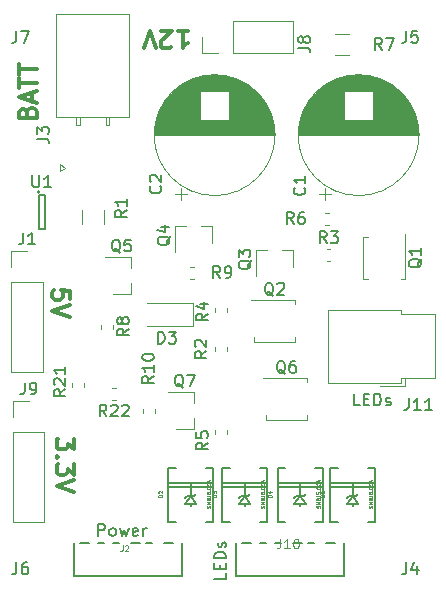
<source format=gbr>
G04 #@! TF.GenerationSoftware,KiCad,Pcbnew,(5.0.2)-1*
G04 #@! TF.CreationDate,2020-03-11T11:41:09-07:00*
G04 #@! TF.ProjectId,powerControl,706f7765-7243-46f6-9e74-726f6c2e6b69,rev?*
G04 #@! TF.SameCoordinates,Original*
G04 #@! TF.FileFunction,Legend,Top*
G04 #@! TF.FilePolarity,Positive*
%FSLAX46Y46*%
G04 Gerber Fmt 4.6, Leading zero omitted, Abs format (unit mm)*
G04 Created by KiCad (PCBNEW (5.0.2)-1) date 3/11/2020 11:41:09 AM*
%MOMM*%
%LPD*%
G01*
G04 APERTURE LIST*
%ADD10C,0.200000*%
%ADD11C,0.300000*%
%ADD12C,0.120000*%
%ADD13C,0.127000*%
%ADD14C,0.150000*%
%ADD15C,0.074930*%
%ADD16C,0.076200*%
%ADD17C,0.100000*%
G04 APERTURE END LIST*
D10*
X103727380Y-69667380D02*
X103251190Y-69667380D01*
X103251190Y-68667380D01*
X104060714Y-69143571D02*
X104394047Y-69143571D01*
X104536904Y-69667380D02*
X104060714Y-69667380D01*
X104060714Y-68667380D01*
X104536904Y-68667380D01*
X104965476Y-69667380D02*
X104965476Y-68667380D01*
X105203571Y-68667380D01*
X105346428Y-68715000D01*
X105441666Y-68810238D01*
X105489285Y-68905476D01*
X105536904Y-69095952D01*
X105536904Y-69238809D01*
X105489285Y-69429285D01*
X105441666Y-69524523D01*
X105346428Y-69619761D01*
X105203571Y-69667380D01*
X104965476Y-69667380D01*
X105917857Y-69619761D02*
X106013095Y-69667380D01*
X106203571Y-69667380D01*
X106298809Y-69619761D01*
X106346428Y-69524523D01*
X106346428Y-69476904D01*
X106298809Y-69381666D01*
X106203571Y-69334047D01*
X106060714Y-69334047D01*
X105965476Y-69286428D01*
X105917857Y-69191190D01*
X105917857Y-69143571D01*
X105965476Y-69048333D01*
X106060714Y-69000714D01*
X106203571Y-69000714D01*
X106298809Y-69048333D01*
D11*
X75584857Y-44858571D02*
X75656285Y-44644285D01*
X75727714Y-44572857D01*
X75870571Y-44501428D01*
X76084857Y-44501428D01*
X76227714Y-44572857D01*
X76299142Y-44644285D01*
X76370571Y-44787142D01*
X76370571Y-45358571D01*
X74870571Y-45358571D01*
X74870571Y-44858571D01*
X74942000Y-44715714D01*
X75013428Y-44644285D01*
X75156285Y-44572857D01*
X75299142Y-44572857D01*
X75442000Y-44644285D01*
X75513428Y-44715714D01*
X75584857Y-44858571D01*
X75584857Y-45358571D01*
X75942000Y-43930000D02*
X75942000Y-43215714D01*
X76370571Y-44072857D02*
X74870571Y-43572857D01*
X76370571Y-43072857D01*
X74870571Y-42787142D02*
X74870571Y-41930000D01*
X76370571Y-42358571D02*
X74870571Y-42358571D01*
X74870571Y-41644285D02*
X74870571Y-40787142D01*
X76370571Y-41215714D02*
X74870571Y-41215714D01*
X88304571Y-37929428D02*
X89161714Y-37929428D01*
X88733142Y-37929428D02*
X88733142Y-39429428D01*
X88876000Y-39215142D01*
X89018857Y-39072285D01*
X89161714Y-39000857D01*
X87733142Y-39286571D02*
X87661714Y-39358000D01*
X87518857Y-39429428D01*
X87161714Y-39429428D01*
X87018857Y-39358000D01*
X86947428Y-39286571D01*
X86876000Y-39143714D01*
X86876000Y-39000857D01*
X86947428Y-38786571D01*
X87804571Y-37929428D01*
X86876000Y-37929428D01*
X86447428Y-39429428D02*
X85947428Y-37929428D01*
X85447428Y-39429428D01*
X79561428Y-72461714D02*
X79561428Y-73390285D01*
X78990000Y-72890285D01*
X78990000Y-73104571D01*
X78918571Y-73247428D01*
X78847142Y-73318857D01*
X78704285Y-73390285D01*
X78347142Y-73390285D01*
X78204285Y-73318857D01*
X78132857Y-73247428D01*
X78061428Y-73104571D01*
X78061428Y-72676000D01*
X78132857Y-72533142D01*
X78204285Y-72461714D01*
X78204285Y-74033142D02*
X78132857Y-74104571D01*
X78061428Y-74033142D01*
X78132857Y-73961714D01*
X78204285Y-74033142D01*
X78061428Y-74033142D01*
X79561428Y-74604571D02*
X79561428Y-75533142D01*
X78990000Y-75033142D01*
X78990000Y-75247428D01*
X78918571Y-75390285D01*
X78847142Y-75461714D01*
X78704285Y-75533142D01*
X78347142Y-75533142D01*
X78204285Y-75461714D01*
X78132857Y-75390285D01*
X78061428Y-75247428D01*
X78061428Y-74818857D01*
X78132857Y-74676000D01*
X78204285Y-74604571D01*
X79561428Y-75961714D02*
X78061428Y-76461714D01*
X79561428Y-76961714D01*
D10*
X92400380Y-83851619D02*
X92400380Y-84327809D01*
X91400380Y-84327809D01*
X91876571Y-83518285D02*
X91876571Y-83184952D01*
X92400380Y-83042095D02*
X92400380Y-83518285D01*
X91400380Y-83518285D01*
X91400380Y-83042095D01*
X92400380Y-82613523D02*
X91400380Y-82613523D01*
X91400380Y-82375428D01*
X91448000Y-82232571D01*
X91543238Y-82137333D01*
X91638476Y-82089714D01*
X91828952Y-82042095D01*
X91971809Y-82042095D01*
X92162285Y-82089714D01*
X92257523Y-82137333D01*
X92352761Y-82232571D01*
X92400380Y-82375428D01*
X92400380Y-82613523D01*
X92352761Y-81661142D02*
X92400380Y-81565904D01*
X92400380Y-81375428D01*
X92352761Y-81280190D01*
X92257523Y-81232571D01*
X92209904Y-81232571D01*
X92114666Y-81280190D01*
X92067047Y-81375428D01*
X92067047Y-81518285D01*
X92019428Y-81613523D01*
X91924190Y-81661142D01*
X91876571Y-81661142D01*
X91781333Y-81613523D01*
X91733714Y-81518285D01*
X91733714Y-81375428D01*
X91781333Y-81280190D01*
D11*
X79180428Y-60674285D02*
X79180428Y-59960000D01*
X78466142Y-59888571D01*
X78537571Y-59960000D01*
X78609000Y-60102857D01*
X78609000Y-60460000D01*
X78537571Y-60602857D01*
X78466142Y-60674285D01*
X78323285Y-60745714D01*
X77966142Y-60745714D01*
X77823285Y-60674285D01*
X77751857Y-60602857D01*
X77680428Y-60460000D01*
X77680428Y-60102857D01*
X77751857Y-59960000D01*
X77823285Y-59888571D01*
X79180428Y-61174285D02*
X77680428Y-61674285D01*
X79180428Y-62174285D01*
D10*
X81589809Y-80716380D02*
X81589809Y-79716380D01*
X81970761Y-79716380D01*
X82066000Y-79764000D01*
X82113619Y-79811619D01*
X82161238Y-79906857D01*
X82161238Y-80049714D01*
X82113619Y-80144952D01*
X82066000Y-80192571D01*
X81970761Y-80240190D01*
X81589809Y-80240190D01*
X82732666Y-80716380D02*
X82637428Y-80668761D01*
X82589809Y-80621142D01*
X82542190Y-80525904D01*
X82542190Y-80240190D01*
X82589809Y-80144952D01*
X82637428Y-80097333D01*
X82732666Y-80049714D01*
X82875523Y-80049714D01*
X82970761Y-80097333D01*
X83018380Y-80144952D01*
X83066000Y-80240190D01*
X83066000Y-80525904D01*
X83018380Y-80621142D01*
X82970761Y-80668761D01*
X82875523Y-80716380D01*
X82732666Y-80716380D01*
X83399333Y-80049714D02*
X83589809Y-80716380D01*
X83780285Y-80240190D01*
X83970761Y-80716380D01*
X84161238Y-80049714D01*
X84923142Y-80668761D02*
X84827904Y-80716380D01*
X84637428Y-80716380D01*
X84542190Y-80668761D01*
X84494571Y-80573523D01*
X84494571Y-80192571D01*
X84542190Y-80097333D01*
X84637428Y-80049714D01*
X84827904Y-80049714D01*
X84923142Y-80097333D01*
X84970761Y-80192571D01*
X84970761Y-80287809D01*
X84494571Y-80383047D01*
X85399333Y-80716380D02*
X85399333Y-80049714D01*
X85399333Y-80240190D02*
X85446952Y-80144952D01*
X85494571Y-80097333D01*
X85589809Y-80049714D01*
X85685047Y-80049714D01*
D12*
G04 #@! TO.C,Q7*
X89660000Y-71684000D02*
X89660000Y-70754000D01*
X89660000Y-68524000D02*
X89660000Y-69454000D01*
X89660000Y-68524000D02*
X87500000Y-68524000D01*
X89660000Y-71684000D02*
X88200000Y-71684000D01*
G04 #@! TO.C,J1*
X74235000Y-66862000D02*
X76895000Y-66862000D01*
X74235000Y-59182000D02*
X74235000Y-66862000D01*
X76895000Y-59182000D02*
X76895000Y-66862000D01*
X74235000Y-59182000D02*
X76895000Y-59182000D01*
X74235000Y-57912000D02*
X74235000Y-56582000D01*
X74235000Y-56582000D02*
X75565000Y-56582000D01*
G04 #@! TO.C,Q6*
X99306000Y-67318000D02*
X95536000Y-67318000D01*
X95766000Y-70858000D02*
X99306000Y-70858000D01*
X99306000Y-67318000D02*
X99306000Y-67688000D01*
X99306000Y-70858000D02*
X99306000Y-70488000D01*
X95766000Y-70858000D02*
X95766000Y-70488000D01*
G04 #@! TO.C,R5*
X92458000Y-72070279D02*
X92458000Y-71744721D01*
X91438000Y-72070279D02*
X91438000Y-71744721D01*
G04 #@! TO.C,R10*
X86362000Y-69941221D02*
X86362000Y-70266779D01*
X85342000Y-69941221D02*
X85342000Y-70266779D01*
D13*
G04 #@! TO.C,D5*
X93980000Y-77978000D02*
X93980000Y-78181200D01*
X92075000Y-79502000D02*
X92075000Y-74930000D01*
X92075000Y-74930000D02*
X92710000Y-74930000D01*
X95885000Y-76555600D02*
X92075000Y-76555600D01*
X95885000Y-76225400D02*
X92075000Y-76225400D01*
X95250000Y-79502000D02*
X95885000Y-79502000D01*
X95885000Y-79502000D02*
X95885000Y-74930000D01*
X95885000Y-74930000D02*
X95250000Y-74930000D01*
X92710000Y-79502000D02*
X92075000Y-79502000D01*
X93980000Y-77343000D02*
X93505020Y-77978000D01*
X93505020Y-77978000D02*
X93980000Y-77978000D01*
X93980000Y-77978000D02*
X94454980Y-77978000D01*
X94454980Y-77978000D02*
X93980000Y-77343000D01*
X93980000Y-77343000D02*
X93662500Y-77343000D01*
X93662500Y-77343000D02*
X93505020Y-77500480D01*
X93980000Y-77343000D02*
X94297500Y-77343000D01*
X94297500Y-77343000D02*
X94454980Y-77185520D01*
X93980000Y-77343000D02*
X93980000Y-76233020D01*
D12*
G04 #@! TO.C,C2*
X88065000Y-51755646D02*
X89065000Y-51755646D01*
X88565000Y-52255646D02*
X88565000Y-51255646D01*
X90841000Y-41695000D02*
X92039000Y-41695000D01*
X90578000Y-41735000D02*
X92302000Y-41735000D01*
X90378000Y-41775000D02*
X92502000Y-41775000D01*
X90210000Y-41815000D02*
X92670000Y-41815000D01*
X90062000Y-41855000D02*
X92818000Y-41855000D01*
X89930000Y-41895000D02*
X92950000Y-41895000D01*
X89810000Y-41935000D02*
X93070000Y-41935000D01*
X89698000Y-41975000D02*
X93182000Y-41975000D01*
X89594000Y-42015000D02*
X93286000Y-42015000D01*
X89496000Y-42055000D02*
X93384000Y-42055000D01*
X89403000Y-42095000D02*
X93477000Y-42095000D01*
X89315000Y-42135000D02*
X93565000Y-42135000D01*
X89231000Y-42175000D02*
X93649000Y-42175000D01*
X89151000Y-42215000D02*
X93729000Y-42215000D01*
X89075000Y-42255000D02*
X93805000Y-42255000D01*
X89001000Y-42295000D02*
X93879000Y-42295000D01*
X88930000Y-42335000D02*
X93950000Y-42335000D01*
X88861000Y-42375000D02*
X94019000Y-42375000D01*
X88795000Y-42415000D02*
X94085000Y-42415000D01*
X88731000Y-42455000D02*
X94149000Y-42455000D01*
X88670000Y-42495000D02*
X94210000Y-42495000D01*
X88610000Y-42535000D02*
X94270000Y-42535000D01*
X88551000Y-42575000D02*
X94329000Y-42575000D01*
X88495000Y-42615000D02*
X94385000Y-42615000D01*
X88440000Y-42655000D02*
X94440000Y-42655000D01*
X88386000Y-42695000D02*
X94494000Y-42695000D01*
X88334000Y-42735000D02*
X94546000Y-42735000D01*
X88284000Y-42775000D02*
X94596000Y-42775000D01*
X88234000Y-42815000D02*
X94646000Y-42815000D01*
X88186000Y-42855000D02*
X94694000Y-42855000D01*
X88139000Y-42895000D02*
X94741000Y-42895000D01*
X88093000Y-42935000D02*
X94787000Y-42935000D01*
X88048000Y-42975000D02*
X94832000Y-42975000D01*
X88004000Y-43015000D02*
X94876000Y-43015000D01*
X92681000Y-43055000D02*
X94918000Y-43055000D01*
X87962000Y-43055000D02*
X90199000Y-43055000D01*
X92681000Y-43095000D02*
X94960000Y-43095000D01*
X87920000Y-43095000D02*
X90199000Y-43095000D01*
X92681000Y-43135000D02*
X95001000Y-43135000D01*
X87879000Y-43135000D02*
X90199000Y-43135000D01*
X92681000Y-43175000D02*
X95041000Y-43175000D01*
X87839000Y-43175000D02*
X90199000Y-43175000D01*
X92681000Y-43215000D02*
X95080000Y-43215000D01*
X87800000Y-43215000D02*
X90199000Y-43215000D01*
X92681000Y-43255000D02*
X95119000Y-43255000D01*
X87761000Y-43255000D02*
X90199000Y-43255000D01*
X92681000Y-43295000D02*
X95156000Y-43295000D01*
X87724000Y-43295000D02*
X90199000Y-43295000D01*
X92681000Y-43335000D02*
X95193000Y-43335000D01*
X87687000Y-43335000D02*
X90199000Y-43335000D01*
X92681000Y-43375000D02*
X95229000Y-43375000D01*
X87651000Y-43375000D02*
X90199000Y-43375000D01*
X92681000Y-43415000D02*
X95264000Y-43415000D01*
X87616000Y-43415000D02*
X90199000Y-43415000D01*
X92681000Y-43455000D02*
X95298000Y-43455000D01*
X87582000Y-43455000D02*
X90199000Y-43455000D01*
X92681000Y-43495000D02*
X95332000Y-43495000D01*
X87548000Y-43495000D02*
X90199000Y-43495000D01*
X92681000Y-43535000D02*
X95365000Y-43535000D01*
X87515000Y-43535000D02*
X90199000Y-43535000D01*
X92681000Y-43575000D02*
X95397000Y-43575000D01*
X87483000Y-43575000D02*
X90199000Y-43575000D01*
X92681000Y-43615000D02*
X95429000Y-43615000D01*
X87451000Y-43615000D02*
X90199000Y-43615000D01*
X92681000Y-43655000D02*
X95460000Y-43655000D01*
X87420000Y-43655000D02*
X90199000Y-43655000D01*
X92681000Y-43695000D02*
X95490000Y-43695000D01*
X87390000Y-43695000D02*
X90199000Y-43695000D01*
X92681000Y-43735000D02*
X95520000Y-43735000D01*
X87360000Y-43735000D02*
X90199000Y-43735000D01*
X92681000Y-43775000D02*
X95550000Y-43775000D01*
X87330000Y-43775000D02*
X90199000Y-43775000D01*
X92681000Y-43815000D02*
X95578000Y-43815000D01*
X87302000Y-43815000D02*
X90199000Y-43815000D01*
X92681000Y-43855000D02*
X95606000Y-43855000D01*
X87274000Y-43855000D02*
X90199000Y-43855000D01*
X92681000Y-43895000D02*
X95634000Y-43895000D01*
X87246000Y-43895000D02*
X90199000Y-43895000D01*
X92681000Y-43935000D02*
X95661000Y-43935000D01*
X87219000Y-43935000D02*
X90199000Y-43935000D01*
X92681000Y-43975000D02*
X95687000Y-43975000D01*
X87193000Y-43975000D02*
X90199000Y-43975000D01*
X92681000Y-44015000D02*
X95713000Y-44015000D01*
X87167000Y-44015000D02*
X90199000Y-44015000D01*
X92681000Y-44055000D02*
X95738000Y-44055000D01*
X87142000Y-44055000D02*
X90199000Y-44055000D01*
X92681000Y-44095000D02*
X95763000Y-44095000D01*
X87117000Y-44095000D02*
X90199000Y-44095000D01*
X92681000Y-44135000D02*
X95787000Y-44135000D01*
X87093000Y-44135000D02*
X90199000Y-44135000D01*
X92681000Y-44175000D02*
X95811000Y-44175000D01*
X87069000Y-44175000D02*
X90199000Y-44175000D01*
X92681000Y-44215000D02*
X95835000Y-44215000D01*
X87045000Y-44215000D02*
X90199000Y-44215000D01*
X92681000Y-44255000D02*
X95857000Y-44255000D01*
X87023000Y-44255000D02*
X90199000Y-44255000D01*
X92681000Y-44295000D02*
X95880000Y-44295000D01*
X87000000Y-44295000D02*
X90199000Y-44295000D01*
X92681000Y-44335000D02*
X95902000Y-44335000D01*
X86978000Y-44335000D02*
X90199000Y-44335000D01*
X92681000Y-44375000D02*
X95923000Y-44375000D01*
X86957000Y-44375000D02*
X90199000Y-44375000D01*
X92681000Y-44415000D02*
X95944000Y-44415000D01*
X86936000Y-44415000D02*
X90199000Y-44415000D01*
X92681000Y-44455000D02*
X95965000Y-44455000D01*
X86915000Y-44455000D02*
X90199000Y-44455000D01*
X92681000Y-44495000D02*
X95985000Y-44495000D01*
X86895000Y-44495000D02*
X90199000Y-44495000D01*
X92681000Y-44535000D02*
X96004000Y-44535000D01*
X86876000Y-44535000D02*
X90199000Y-44535000D01*
X92681000Y-44575000D02*
X96024000Y-44575000D01*
X86856000Y-44575000D02*
X90199000Y-44575000D01*
X92681000Y-44615000D02*
X96043000Y-44615000D01*
X86837000Y-44615000D02*
X90199000Y-44615000D01*
X92681000Y-44655000D02*
X96061000Y-44655000D01*
X86819000Y-44655000D02*
X90199000Y-44655000D01*
X92681000Y-44695000D02*
X96079000Y-44695000D01*
X86801000Y-44695000D02*
X90199000Y-44695000D01*
X92681000Y-44735000D02*
X96097000Y-44735000D01*
X86783000Y-44735000D02*
X90199000Y-44735000D01*
X92681000Y-44775000D02*
X96114000Y-44775000D01*
X86766000Y-44775000D02*
X90199000Y-44775000D01*
X92681000Y-44815000D02*
X96130000Y-44815000D01*
X86750000Y-44815000D02*
X90199000Y-44815000D01*
X92681000Y-44855000D02*
X96147000Y-44855000D01*
X86733000Y-44855000D02*
X90199000Y-44855000D01*
X92681000Y-44895000D02*
X96163000Y-44895000D01*
X86717000Y-44895000D02*
X90199000Y-44895000D01*
X92681000Y-44935000D02*
X96178000Y-44935000D01*
X86702000Y-44935000D02*
X90199000Y-44935000D01*
X92681000Y-44975000D02*
X96194000Y-44975000D01*
X86686000Y-44975000D02*
X90199000Y-44975000D01*
X92681000Y-45015000D02*
X96208000Y-45015000D01*
X86672000Y-45015000D02*
X90199000Y-45015000D01*
X92681000Y-45055000D02*
X96223000Y-45055000D01*
X86657000Y-45055000D02*
X90199000Y-45055000D01*
X92681000Y-45095000D02*
X96237000Y-45095000D01*
X86643000Y-45095000D02*
X90199000Y-45095000D01*
X92681000Y-45135000D02*
X96251000Y-45135000D01*
X86629000Y-45135000D02*
X90199000Y-45135000D01*
X92681000Y-45175000D02*
X96264000Y-45175000D01*
X86616000Y-45175000D02*
X90199000Y-45175000D01*
X92681000Y-45215000D02*
X96277000Y-45215000D01*
X86603000Y-45215000D02*
X90199000Y-45215000D01*
X92681000Y-45255000D02*
X96290000Y-45255000D01*
X86590000Y-45255000D02*
X90199000Y-45255000D01*
X92681000Y-45295000D02*
X96302000Y-45295000D01*
X86578000Y-45295000D02*
X90199000Y-45295000D01*
X92681000Y-45335000D02*
X96314000Y-45335000D01*
X86566000Y-45335000D02*
X90199000Y-45335000D01*
X92681000Y-45375000D02*
X96325000Y-45375000D01*
X86555000Y-45375000D02*
X90199000Y-45375000D01*
X92681000Y-45415000D02*
X96337000Y-45415000D01*
X86543000Y-45415000D02*
X90199000Y-45415000D01*
X92681000Y-45455000D02*
X96347000Y-45455000D01*
X86533000Y-45455000D02*
X90199000Y-45455000D01*
X92681000Y-45495000D02*
X96358000Y-45495000D01*
X86522000Y-45495000D02*
X90199000Y-45495000D01*
X86512000Y-45535000D02*
X96368000Y-45535000D01*
X86502000Y-45575000D02*
X96378000Y-45575000D01*
X86493000Y-45615000D02*
X96387000Y-45615000D01*
X86484000Y-45655000D02*
X96396000Y-45655000D01*
X86475000Y-45695000D02*
X96405000Y-45695000D01*
X86466000Y-45735000D02*
X96414000Y-45735000D01*
X86458000Y-45775000D02*
X96422000Y-45775000D01*
X86450000Y-45815000D02*
X96430000Y-45815000D01*
X86443000Y-45855000D02*
X96437000Y-45855000D01*
X86436000Y-45895000D02*
X96444000Y-45895000D01*
X86429000Y-45935000D02*
X96451000Y-45935000D01*
X86422000Y-45975000D02*
X96458000Y-45975000D01*
X86416000Y-46015000D02*
X96464000Y-46015000D01*
X86410000Y-46055000D02*
X96470000Y-46055000D01*
X86405000Y-46096000D02*
X96475000Y-46096000D01*
X86400000Y-46136000D02*
X96480000Y-46136000D01*
X86395000Y-46176000D02*
X96485000Y-46176000D01*
X86390000Y-46216000D02*
X96490000Y-46216000D01*
X86386000Y-46256000D02*
X96494000Y-46256000D01*
X86382000Y-46296000D02*
X96498000Y-46296000D01*
X86378000Y-46336000D02*
X96502000Y-46336000D01*
X86375000Y-46376000D02*
X96505000Y-46376000D01*
X86372000Y-46416000D02*
X96508000Y-46416000D01*
X86370000Y-46456000D02*
X96510000Y-46456000D01*
X86367000Y-46496000D02*
X96513000Y-46496000D01*
X86365000Y-46536000D02*
X96515000Y-46536000D01*
X86363000Y-46576000D02*
X96517000Y-46576000D01*
X86362000Y-46616000D02*
X96518000Y-46616000D01*
X86361000Y-46656000D02*
X96519000Y-46656000D01*
X86360000Y-46696000D02*
X96520000Y-46696000D01*
X86360000Y-46736000D02*
X96520000Y-46736000D01*
X86360000Y-46776000D02*
X96520000Y-46776000D01*
X96560000Y-46776000D02*
G75*
G03X96560000Y-46776000I-5120000J0D01*
G01*
G04 #@! TO.C,C1*
X108752000Y-46776000D02*
G75*
G03X108752000Y-46776000I-5120000J0D01*
G01*
X98552000Y-46776000D02*
X108712000Y-46776000D01*
X98552000Y-46736000D02*
X108712000Y-46736000D01*
X98552000Y-46696000D02*
X108712000Y-46696000D01*
X98553000Y-46656000D02*
X108711000Y-46656000D01*
X98554000Y-46616000D02*
X108710000Y-46616000D01*
X98555000Y-46576000D02*
X108709000Y-46576000D01*
X98557000Y-46536000D02*
X108707000Y-46536000D01*
X98559000Y-46496000D02*
X108705000Y-46496000D01*
X98562000Y-46456000D02*
X108702000Y-46456000D01*
X98564000Y-46416000D02*
X108700000Y-46416000D01*
X98567000Y-46376000D02*
X108697000Y-46376000D01*
X98570000Y-46336000D02*
X108694000Y-46336000D01*
X98574000Y-46296000D02*
X108690000Y-46296000D01*
X98578000Y-46256000D02*
X108686000Y-46256000D01*
X98582000Y-46216000D02*
X108682000Y-46216000D01*
X98587000Y-46176000D02*
X108677000Y-46176000D01*
X98592000Y-46136000D02*
X108672000Y-46136000D01*
X98597000Y-46096000D02*
X108667000Y-46096000D01*
X98602000Y-46055000D02*
X108662000Y-46055000D01*
X98608000Y-46015000D02*
X108656000Y-46015000D01*
X98614000Y-45975000D02*
X108650000Y-45975000D01*
X98621000Y-45935000D02*
X108643000Y-45935000D01*
X98628000Y-45895000D02*
X108636000Y-45895000D01*
X98635000Y-45855000D02*
X108629000Y-45855000D01*
X98642000Y-45815000D02*
X108622000Y-45815000D01*
X98650000Y-45775000D02*
X108614000Y-45775000D01*
X98658000Y-45735000D02*
X108606000Y-45735000D01*
X98667000Y-45695000D02*
X108597000Y-45695000D01*
X98676000Y-45655000D02*
X108588000Y-45655000D01*
X98685000Y-45615000D02*
X108579000Y-45615000D01*
X98694000Y-45575000D02*
X108570000Y-45575000D01*
X98704000Y-45535000D02*
X108560000Y-45535000D01*
X98714000Y-45495000D02*
X102391000Y-45495000D01*
X104873000Y-45495000D02*
X108550000Y-45495000D01*
X98725000Y-45455000D02*
X102391000Y-45455000D01*
X104873000Y-45455000D02*
X108539000Y-45455000D01*
X98735000Y-45415000D02*
X102391000Y-45415000D01*
X104873000Y-45415000D02*
X108529000Y-45415000D01*
X98747000Y-45375000D02*
X102391000Y-45375000D01*
X104873000Y-45375000D02*
X108517000Y-45375000D01*
X98758000Y-45335000D02*
X102391000Y-45335000D01*
X104873000Y-45335000D02*
X108506000Y-45335000D01*
X98770000Y-45295000D02*
X102391000Y-45295000D01*
X104873000Y-45295000D02*
X108494000Y-45295000D01*
X98782000Y-45255000D02*
X102391000Y-45255000D01*
X104873000Y-45255000D02*
X108482000Y-45255000D01*
X98795000Y-45215000D02*
X102391000Y-45215000D01*
X104873000Y-45215000D02*
X108469000Y-45215000D01*
X98808000Y-45175000D02*
X102391000Y-45175000D01*
X104873000Y-45175000D02*
X108456000Y-45175000D01*
X98821000Y-45135000D02*
X102391000Y-45135000D01*
X104873000Y-45135000D02*
X108443000Y-45135000D01*
X98835000Y-45095000D02*
X102391000Y-45095000D01*
X104873000Y-45095000D02*
X108429000Y-45095000D01*
X98849000Y-45055000D02*
X102391000Y-45055000D01*
X104873000Y-45055000D02*
X108415000Y-45055000D01*
X98864000Y-45015000D02*
X102391000Y-45015000D01*
X104873000Y-45015000D02*
X108400000Y-45015000D01*
X98878000Y-44975000D02*
X102391000Y-44975000D01*
X104873000Y-44975000D02*
X108386000Y-44975000D01*
X98894000Y-44935000D02*
X102391000Y-44935000D01*
X104873000Y-44935000D02*
X108370000Y-44935000D01*
X98909000Y-44895000D02*
X102391000Y-44895000D01*
X104873000Y-44895000D02*
X108355000Y-44895000D01*
X98925000Y-44855000D02*
X102391000Y-44855000D01*
X104873000Y-44855000D02*
X108339000Y-44855000D01*
X98942000Y-44815000D02*
X102391000Y-44815000D01*
X104873000Y-44815000D02*
X108322000Y-44815000D01*
X98958000Y-44775000D02*
X102391000Y-44775000D01*
X104873000Y-44775000D02*
X108306000Y-44775000D01*
X98975000Y-44735000D02*
X102391000Y-44735000D01*
X104873000Y-44735000D02*
X108289000Y-44735000D01*
X98993000Y-44695000D02*
X102391000Y-44695000D01*
X104873000Y-44695000D02*
X108271000Y-44695000D01*
X99011000Y-44655000D02*
X102391000Y-44655000D01*
X104873000Y-44655000D02*
X108253000Y-44655000D01*
X99029000Y-44615000D02*
X102391000Y-44615000D01*
X104873000Y-44615000D02*
X108235000Y-44615000D01*
X99048000Y-44575000D02*
X102391000Y-44575000D01*
X104873000Y-44575000D02*
X108216000Y-44575000D01*
X99068000Y-44535000D02*
X102391000Y-44535000D01*
X104873000Y-44535000D02*
X108196000Y-44535000D01*
X99087000Y-44495000D02*
X102391000Y-44495000D01*
X104873000Y-44495000D02*
X108177000Y-44495000D01*
X99107000Y-44455000D02*
X102391000Y-44455000D01*
X104873000Y-44455000D02*
X108157000Y-44455000D01*
X99128000Y-44415000D02*
X102391000Y-44415000D01*
X104873000Y-44415000D02*
X108136000Y-44415000D01*
X99149000Y-44375000D02*
X102391000Y-44375000D01*
X104873000Y-44375000D02*
X108115000Y-44375000D01*
X99170000Y-44335000D02*
X102391000Y-44335000D01*
X104873000Y-44335000D02*
X108094000Y-44335000D01*
X99192000Y-44295000D02*
X102391000Y-44295000D01*
X104873000Y-44295000D02*
X108072000Y-44295000D01*
X99215000Y-44255000D02*
X102391000Y-44255000D01*
X104873000Y-44255000D02*
X108049000Y-44255000D01*
X99237000Y-44215000D02*
X102391000Y-44215000D01*
X104873000Y-44215000D02*
X108027000Y-44215000D01*
X99261000Y-44175000D02*
X102391000Y-44175000D01*
X104873000Y-44175000D02*
X108003000Y-44175000D01*
X99285000Y-44135000D02*
X102391000Y-44135000D01*
X104873000Y-44135000D02*
X107979000Y-44135000D01*
X99309000Y-44095000D02*
X102391000Y-44095000D01*
X104873000Y-44095000D02*
X107955000Y-44095000D01*
X99334000Y-44055000D02*
X102391000Y-44055000D01*
X104873000Y-44055000D02*
X107930000Y-44055000D01*
X99359000Y-44015000D02*
X102391000Y-44015000D01*
X104873000Y-44015000D02*
X107905000Y-44015000D01*
X99385000Y-43975000D02*
X102391000Y-43975000D01*
X104873000Y-43975000D02*
X107879000Y-43975000D01*
X99411000Y-43935000D02*
X102391000Y-43935000D01*
X104873000Y-43935000D02*
X107853000Y-43935000D01*
X99438000Y-43895000D02*
X102391000Y-43895000D01*
X104873000Y-43895000D02*
X107826000Y-43895000D01*
X99466000Y-43855000D02*
X102391000Y-43855000D01*
X104873000Y-43855000D02*
X107798000Y-43855000D01*
X99494000Y-43815000D02*
X102391000Y-43815000D01*
X104873000Y-43815000D02*
X107770000Y-43815000D01*
X99522000Y-43775000D02*
X102391000Y-43775000D01*
X104873000Y-43775000D02*
X107742000Y-43775000D01*
X99552000Y-43735000D02*
X102391000Y-43735000D01*
X104873000Y-43735000D02*
X107712000Y-43735000D01*
X99582000Y-43695000D02*
X102391000Y-43695000D01*
X104873000Y-43695000D02*
X107682000Y-43695000D01*
X99612000Y-43655000D02*
X102391000Y-43655000D01*
X104873000Y-43655000D02*
X107652000Y-43655000D01*
X99643000Y-43615000D02*
X102391000Y-43615000D01*
X104873000Y-43615000D02*
X107621000Y-43615000D01*
X99675000Y-43575000D02*
X102391000Y-43575000D01*
X104873000Y-43575000D02*
X107589000Y-43575000D01*
X99707000Y-43535000D02*
X102391000Y-43535000D01*
X104873000Y-43535000D02*
X107557000Y-43535000D01*
X99740000Y-43495000D02*
X102391000Y-43495000D01*
X104873000Y-43495000D02*
X107524000Y-43495000D01*
X99774000Y-43455000D02*
X102391000Y-43455000D01*
X104873000Y-43455000D02*
X107490000Y-43455000D01*
X99808000Y-43415000D02*
X102391000Y-43415000D01*
X104873000Y-43415000D02*
X107456000Y-43415000D01*
X99843000Y-43375000D02*
X102391000Y-43375000D01*
X104873000Y-43375000D02*
X107421000Y-43375000D01*
X99879000Y-43335000D02*
X102391000Y-43335000D01*
X104873000Y-43335000D02*
X107385000Y-43335000D01*
X99916000Y-43295000D02*
X102391000Y-43295000D01*
X104873000Y-43295000D02*
X107348000Y-43295000D01*
X99953000Y-43255000D02*
X102391000Y-43255000D01*
X104873000Y-43255000D02*
X107311000Y-43255000D01*
X99992000Y-43215000D02*
X102391000Y-43215000D01*
X104873000Y-43215000D02*
X107272000Y-43215000D01*
X100031000Y-43175000D02*
X102391000Y-43175000D01*
X104873000Y-43175000D02*
X107233000Y-43175000D01*
X100071000Y-43135000D02*
X102391000Y-43135000D01*
X104873000Y-43135000D02*
X107193000Y-43135000D01*
X100112000Y-43095000D02*
X102391000Y-43095000D01*
X104873000Y-43095000D02*
X107152000Y-43095000D01*
X100154000Y-43055000D02*
X102391000Y-43055000D01*
X104873000Y-43055000D02*
X107110000Y-43055000D01*
X100196000Y-43015000D02*
X107068000Y-43015000D01*
X100240000Y-42975000D02*
X107024000Y-42975000D01*
X100285000Y-42935000D02*
X106979000Y-42935000D01*
X100331000Y-42895000D02*
X106933000Y-42895000D01*
X100378000Y-42855000D02*
X106886000Y-42855000D01*
X100426000Y-42815000D02*
X106838000Y-42815000D01*
X100476000Y-42775000D02*
X106788000Y-42775000D01*
X100526000Y-42735000D02*
X106738000Y-42735000D01*
X100578000Y-42695000D02*
X106686000Y-42695000D01*
X100632000Y-42655000D02*
X106632000Y-42655000D01*
X100687000Y-42615000D02*
X106577000Y-42615000D01*
X100743000Y-42575000D02*
X106521000Y-42575000D01*
X100802000Y-42535000D02*
X106462000Y-42535000D01*
X100862000Y-42495000D02*
X106402000Y-42495000D01*
X100923000Y-42455000D02*
X106341000Y-42455000D01*
X100987000Y-42415000D02*
X106277000Y-42415000D01*
X101053000Y-42375000D02*
X106211000Y-42375000D01*
X101122000Y-42335000D02*
X106142000Y-42335000D01*
X101193000Y-42295000D02*
X106071000Y-42295000D01*
X101267000Y-42255000D02*
X105997000Y-42255000D01*
X101343000Y-42215000D02*
X105921000Y-42215000D01*
X101423000Y-42175000D02*
X105841000Y-42175000D01*
X101507000Y-42135000D02*
X105757000Y-42135000D01*
X101595000Y-42095000D02*
X105669000Y-42095000D01*
X101688000Y-42055000D02*
X105576000Y-42055000D01*
X101786000Y-42015000D02*
X105478000Y-42015000D01*
X101890000Y-41975000D02*
X105374000Y-41975000D01*
X102002000Y-41935000D02*
X105262000Y-41935000D01*
X102122000Y-41895000D02*
X105142000Y-41895000D01*
X102254000Y-41855000D02*
X105010000Y-41855000D01*
X102402000Y-41815000D02*
X104862000Y-41815000D01*
X102570000Y-41775000D02*
X104694000Y-41775000D01*
X102770000Y-41735000D02*
X104494000Y-41735000D01*
X103033000Y-41695000D02*
X104231000Y-41695000D01*
X100757000Y-52255646D02*
X100757000Y-51255646D01*
X100257000Y-51755646D02*
X101257000Y-51755646D01*
G04 #@! TO.C,J11*
X101060000Y-64663000D02*
X101060000Y-67743000D01*
X101060000Y-67743000D02*
X107260000Y-67743000D01*
X107260000Y-67743000D02*
X107260000Y-67373000D01*
X107260000Y-67373000D02*
X110120000Y-67373000D01*
X110120000Y-67373000D02*
X110120000Y-64663000D01*
X101060000Y-64663000D02*
X101060000Y-61583000D01*
X101060000Y-61583000D02*
X107260000Y-61583000D01*
X107260000Y-61583000D02*
X107260000Y-61953000D01*
X107260000Y-61953000D02*
X110120000Y-61953000D01*
X110120000Y-61953000D02*
X110120000Y-64663000D01*
X105410000Y-68043000D02*
X107560000Y-68043000D01*
X107560000Y-68043000D02*
X107560000Y-67373000D01*
G04 #@! TO.C,J9*
X74362000Y-79562000D02*
X77022000Y-79562000D01*
X74362000Y-71882000D02*
X74362000Y-79562000D01*
X77022000Y-71882000D02*
X77022000Y-79562000D01*
X74362000Y-71882000D02*
X77022000Y-71882000D01*
X74362000Y-70612000D02*
X74362000Y-69282000D01*
X74362000Y-69282000D02*
X75692000Y-69282000D01*
G04 #@! TO.C,D3*
X89626000Y-62976000D02*
X89626000Y-60976000D01*
X89626000Y-60976000D02*
X85726000Y-60976000D01*
X89626000Y-62976000D02*
X85726000Y-62976000D01*
G04 #@! TO.C,Q2*
X94750000Y-64254000D02*
X94750000Y-63884000D01*
X98290000Y-64254000D02*
X98290000Y-63884000D01*
X98290000Y-60714000D02*
X98290000Y-61084000D01*
X94750000Y-64254000D02*
X98290000Y-64254000D01*
X98290000Y-60714000D02*
X94520000Y-60714000D01*
G04 #@! TO.C,Q1*
X107561000Y-58920000D02*
X107561000Y-55150000D01*
X104021000Y-55380000D02*
X104021000Y-58920000D01*
X107561000Y-58920000D02*
X107191000Y-58920000D01*
X104021000Y-58920000D02*
X104391000Y-58920000D01*
X104021000Y-55380000D02*
X104391000Y-55380000D01*
G04 #@! TO.C,Q5*
X84326000Y-60254000D02*
X84326000Y-59324000D01*
X84326000Y-57094000D02*
X84326000Y-58024000D01*
X84326000Y-57094000D02*
X82166000Y-57094000D01*
X84326000Y-60254000D02*
X82866000Y-60254000D01*
G04 #@! TO.C,Q4*
X91242000Y-54485000D02*
X91242000Y-55945000D01*
X88082000Y-54485000D02*
X88082000Y-56645000D01*
X88082000Y-54485000D02*
X89012000Y-54485000D01*
X91242000Y-54485000D02*
X90312000Y-54485000D01*
G04 #@! TO.C,Q3*
X98100000Y-56517000D02*
X97170000Y-56517000D01*
X94940000Y-56517000D02*
X95870000Y-56517000D01*
X94940000Y-56517000D02*
X94940000Y-58677000D01*
X98100000Y-56517000D02*
X98100000Y-57977000D01*
G04 #@! TO.C,R2*
X91438000Y-64734221D02*
X91438000Y-65059779D01*
X92458000Y-64734221D02*
X92458000Y-65059779D01*
G04 #@! TO.C,R3*
X100929221Y-56386000D02*
X101254779Y-56386000D01*
X100929221Y-57406000D02*
X101254779Y-57406000D01*
G04 #@! TO.C,R6*
X100776721Y-54358000D02*
X101102279Y-54358000D01*
X100776721Y-53338000D02*
X101102279Y-53338000D01*
G04 #@! TO.C,R4*
X92458000Y-61432221D02*
X92458000Y-61757779D01*
X91438000Y-61432221D02*
X91438000Y-61757779D01*
G04 #@! TO.C,R7*
X102834064Y-40026000D02*
X101629936Y-40026000D01*
X102834064Y-38206000D02*
X101629936Y-38206000D01*
D13*
G04 #@! TO.C,D1*
X103124000Y-77978000D02*
X103124000Y-78181200D01*
X101219000Y-79502000D02*
X101219000Y-74930000D01*
X101219000Y-74930000D02*
X101854000Y-74930000D01*
X105029000Y-76555600D02*
X101219000Y-76555600D01*
X105029000Y-76225400D02*
X101219000Y-76225400D01*
X104394000Y-79502000D02*
X105029000Y-79502000D01*
X105029000Y-79502000D02*
X105029000Y-74930000D01*
X105029000Y-74930000D02*
X104394000Y-74930000D01*
X101854000Y-79502000D02*
X101219000Y-79502000D01*
X103124000Y-77343000D02*
X102649020Y-77978000D01*
X102649020Y-77978000D02*
X103124000Y-77978000D01*
X103124000Y-77978000D02*
X103598980Y-77978000D01*
X103598980Y-77978000D02*
X103124000Y-77343000D01*
X103124000Y-77343000D02*
X102806500Y-77343000D01*
X102806500Y-77343000D02*
X102649020Y-77500480D01*
X103124000Y-77343000D02*
X103441500Y-77343000D01*
X103441500Y-77343000D02*
X103598980Y-77185520D01*
X103124000Y-77343000D02*
X103124000Y-76233020D01*
G04 #@! TO.C,D2*
X89408000Y-77343000D02*
X89408000Y-76233020D01*
X89725500Y-77343000D02*
X89882980Y-77185520D01*
X89408000Y-77343000D02*
X89725500Y-77343000D01*
X89090500Y-77343000D02*
X88933020Y-77500480D01*
X89408000Y-77343000D02*
X89090500Y-77343000D01*
X89882980Y-77978000D02*
X89408000Y-77343000D01*
X89408000Y-77978000D02*
X89882980Y-77978000D01*
X88933020Y-77978000D02*
X89408000Y-77978000D01*
X89408000Y-77343000D02*
X88933020Y-77978000D01*
X88138000Y-79502000D02*
X87503000Y-79502000D01*
X91313000Y-74930000D02*
X90678000Y-74930000D01*
X91313000Y-79502000D02*
X91313000Y-74930000D01*
X90678000Y-79502000D02*
X91313000Y-79502000D01*
X91313000Y-76225400D02*
X87503000Y-76225400D01*
X91313000Y-76555600D02*
X87503000Y-76555600D01*
X87503000Y-74930000D02*
X88138000Y-74930000D01*
X87503000Y-79502000D02*
X87503000Y-74930000D01*
X89408000Y-77978000D02*
X89408000Y-78181200D01*
G04 #@! TO.C,D4*
X98679000Y-77978000D02*
X98679000Y-78181200D01*
X96774000Y-79502000D02*
X96774000Y-74930000D01*
X96774000Y-74930000D02*
X97409000Y-74930000D01*
X100584000Y-76555600D02*
X96774000Y-76555600D01*
X100584000Y-76225400D02*
X96774000Y-76225400D01*
X99949000Y-79502000D02*
X100584000Y-79502000D01*
X100584000Y-79502000D02*
X100584000Y-74930000D01*
X100584000Y-74930000D02*
X99949000Y-74930000D01*
X97409000Y-79502000D02*
X96774000Y-79502000D01*
X98679000Y-77343000D02*
X98204020Y-77978000D01*
X98204020Y-77978000D02*
X98679000Y-77978000D01*
X98679000Y-77978000D02*
X99153980Y-77978000D01*
X99153980Y-77978000D02*
X98679000Y-77343000D01*
X98679000Y-77343000D02*
X98361500Y-77343000D01*
X98361500Y-77343000D02*
X98204020Y-77500480D01*
X98679000Y-77343000D02*
X98996500Y-77343000D01*
X98996500Y-77343000D02*
X99153980Y-77185520D01*
X98679000Y-77343000D02*
X98679000Y-76233020D01*
D14*
G04 #@! TO.C,J10*
X102362000Y-84074000D02*
X102362000Y-81280000D01*
X93218000Y-81280000D02*
X93218000Y-84074000D01*
X93218000Y-84074000D02*
X102362000Y-84074000D01*
X101600000Y-81280000D02*
X100838000Y-81280000D01*
X99822000Y-81280000D02*
X99314000Y-81280000D01*
X98806000Y-81280000D02*
X98044000Y-81280000D01*
X97028000Y-81280000D02*
X96520000Y-81280000D01*
X95758000Y-81280000D02*
X95250000Y-81280000D01*
X94488000Y-81280000D02*
X93726000Y-81280000D01*
D12*
G04 #@! TO.C,R1*
X80243000Y-54323064D02*
X80243000Y-53118936D01*
X82063000Y-54323064D02*
X82063000Y-53118936D01*
G04 #@! TO.C,J3*
X78053000Y-45220000D02*
X84213000Y-45220000D01*
X84213000Y-45220000D02*
X84213000Y-36540000D01*
X84213000Y-36540000D02*
X78053000Y-36540000D01*
X78053000Y-36540000D02*
X78053000Y-45220000D01*
X80033000Y-45220000D02*
X79733000Y-45220000D01*
X79733000Y-45220000D02*
X79733000Y-45920000D01*
X79733000Y-45920000D02*
X80033000Y-45920000D01*
X80033000Y-45920000D02*
X80033000Y-45220000D01*
X82533000Y-45220000D02*
X82233000Y-45220000D01*
X82233000Y-45220000D02*
X82233000Y-45920000D01*
X82233000Y-45920000D02*
X82533000Y-45920000D01*
X82533000Y-45920000D02*
X82533000Y-45220000D01*
X78773000Y-49530000D02*
X78348736Y-49230000D01*
X78348736Y-49230000D02*
X78348736Y-49830000D01*
X78348736Y-49830000D02*
X78773000Y-49530000D01*
G04 #@! TO.C,J8*
X90364000Y-39811000D02*
X90364000Y-38481000D01*
X91694000Y-39811000D02*
X90364000Y-39811000D01*
X92964000Y-39811000D02*
X92964000Y-37151000D01*
X92964000Y-37151000D02*
X98104000Y-37151000D01*
X92964000Y-39811000D02*
X98104000Y-39811000D01*
X98104000Y-39811000D02*
X98104000Y-37151000D01*
G04 #@! TO.C,R21*
X80393000Y-68107779D02*
X80393000Y-67782221D01*
X79373000Y-68107779D02*
X79373000Y-67782221D01*
G04 #@! TO.C,R22*
X83093779Y-68197000D02*
X82768221Y-68197000D01*
X83093779Y-69217000D02*
X82768221Y-69217000D01*
D14*
G04 #@! TO.C,J2*
X80772000Y-81280000D02*
X80010000Y-81280000D01*
X82042000Y-81280000D02*
X81534000Y-81280000D01*
X83312000Y-81280000D02*
X82804000Y-81280000D01*
X85090000Y-81280000D02*
X84328000Y-81280000D01*
X86106000Y-81280000D02*
X85598000Y-81280000D01*
X87884000Y-81280000D02*
X87122000Y-81280000D01*
X79502000Y-84074000D02*
X88646000Y-84074000D01*
X79502000Y-81280000D02*
X79502000Y-84074000D01*
X88646000Y-84074000D02*
X88646000Y-81280000D01*
D12*
G04 #@! TO.C,R9*
X89372221Y-58930000D02*
X89697779Y-58930000D01*
X89372221Y-57910000D02*
X89697779Y-57910000D01*
G04 #@! TO.C,R8*
X81786000Y-62829221D02*
X81786000Y-63154779D01*
X82806000Y-62829221D02*
X82806000Y-63154779D01*
D14*
G04 #@! TO.C,U1*
X76585000Y-51824000D02*
X76585000Y-54724000D01*
X76585000Y-54724000D02*
X77085000Y-54724000D01*
X77085000Y-54724000D02*
X77085000Y-51824000D01*
X77085000Y-51824000D02*
X76585000Y-51824000D01*
X76635000Y-51574000D02*
G75*
G03X76635000Y-51574000I-100000J0D01*
G01*
G04 #@! TO.C,Q7*
X88804761Y-68151619D02*
X88709523Y-68104000D01*
X88614285Y-68008761D01*
X88471428Y-67865904D01*
X88376190Y-67818285D01*
X88280952Y-67818285D01*
X88328571Y-68056380D02*
X88233333Y-68008761D01*
X88138095Y-67913523D01*
X88090476Y-67723047D01*
X88090476Y-67389714D01*
X88138095Y-67199238D01*
X88233333Y-67104000D01*
X88328571Y-67056380D01*
X88519047Y-67056380D01*
X88614285Y-67104000D01*
X88709523Y-67199238D01*
X88757142Y-67389714D01*
X88757142Y-67723047D01*
X88709523Y-67913523D01*
X88614285Y-68008761D01*
X88519047Y-68056380D01*
X88328571Y-68056380D01*
X89090476Y-67056380D02*
X89757142Y-67056380D01*
X89328571Y-68056380D01*
G04 #@! TO.C,J1*
X75231666Y-55034380D02*
X75231666Y-55748666D01*
X75184047Y-55891523D01*
X75088809Y-55986761D01*
X74945952Y-56034380D01*
X74850714Y-56034380D01*
X76231666Y-56034380D02*
X75660238Y-56034380D01*
X75945952Y-56034380D02*
X75945952Y-55034380D01*
X75850714Y-55177238D01*
X75755476Y-55272476D01*
X75660238Y-55320095D01*
G04 #@! TO.C,Q6*
X97440761Y-66985619D02*
X97345523Y-66938000D01*
X97250285Y-66842761D01*
X97107428Y-66699904D01*
X97012190Y-66652285D01*
X96916952Y-66652285D01*
X96964571Y-66890380D02*
X96869333Y-66842761D01*
X96774095Y-66747523D01*
X96726476Y-66557047D01*
X96726476Y-66223714D01*
X96774095Y-66033238D01*
X96869333Y-65938000D01*
X96964571Y-65890380D01*
X97155047Y-65890380D01*
X97250285Y-65938000D01*
X97345523Y-66033238D01*
X97393142Y-66223714D01*
X97393142Y-66557047D01*
X97345523Y-66747523D01*
X97250285Y-66842761D01*
X97155047Y-66890380D01*
X96964571Y-66890380D01*
X98250285Y-65890380D02*
X98059809Y-65890380D01*
X97964571Y-65938000D01*
X97916952Y-65985619D01*
X97821714Y-66128476D01*
X97774095Y-66318952D01*
X97774095Y-66699904D01*
X97821714Y-66795142D01*
X97869333Y-66842761D01*
X97964571Y-66890380D01*
X98155047Y-66890380D01*
X98250285Y-66842761D01*
X98297904Y-66795142D01*
X98345523Y-66699904D01*
X98345523Y-66461809D01*
X98297904Y-66366571D01*
X98250285Y-66318952D01*
X98155047Y-66271333D01*
X97964571Y-66271333D01*
X97869333Y-66318952D01*
X97821714Y-66366571D01*
X97774095Y-66461809D01*
G04 #@! TO.C,R5*
X90876380Y-72810666D02*
X90400190Y-73144000D01*
X90876380Y-73382095D02*
X89876380Y-73382095D01*
X89876380Y-73001142D01*
X89924000Y-72905904D01*
X89971619Y-72858285D01*
X90066857Y-72810666D01*
X90209714Y-72810666D01*
X90304952Y-72858285D01*
X90352571Y-72905904D01*
X90400190Y-73001142D01*
X90400190Y-73382095D01*
X89876380Y-71905904D02*
X89876380Y-72382095D01*
X90352571Y-72429714D01*
X90304952Y-72382095D01*
X90257333Y-72286857D01*
X90257333Y-72048761D01*
X90304952Y-71953523D01*
X90352571Y-71905904D01*
X90447809Y-71858285D01*
X90685904Y-71858285D01*
X90781142Y-71905904D01*
X90828761Y-71953523D01*
X90876380Y-72048761D01*
X90876380Y-72286857D01*
X90828761Y-72382095D01*
X90781142Y-72429714D01*
G04 #@! TO.C,R10*
X86304380Y-67190857D02*
X85828190Y-67524190D01*
X86304380Y-67762285D02*
X85304380Y-67762285D01*
X85304380Y-67381333D01*
X85352000Y-67286095D01*
X85399619Y-67238476D01*
X85494857Y-67190857D01*
X85637714Y-67190857D01*
X85732952Y-67238476D01*
X85780571Y-67286095D01*
X85828190Y-67381333D01*
X85828190Y-67762285D01*
X86304380Y-66238476D02*
X86304380Y-66809904D01*
X86304380Y-66524190D02*
X85304380Y-66524190D01*
X85447238Y-66619428D01*
X85542476Y-66714666D01*
X85590095Y-66809904D01*
X85304380Y-65619428D02*
X85304380Y-65524190D01*
X85352000Y-65428952D01*
X85399619Y-65381333D01*
X85494857Y-65333714D01*
X85685333Y-65286095D01*
X85923428Y-65286095D01*
X86113904Y-65333714D01*
X86209142Y-65381333D01*
X86256761Y-65428952D01*
X86304380Y-65524190D01*
X86304380Y-65619428D01*
X86256761Y-65714666D01*
X86209142Y-65762285D01*
X86113904Y-65809904D01*
X85923428Y-65857523D01*
X85685333Y-65857523D01*
X85494857Y-65809904D01*
X85399619Y-65762285D01*
X85352000Y-65714666D01*
X85304380Y-65619428D01*
G04 #@! TO.C,D5*
D15*
X91565427Y-77386421D02*
X91265707Y-77386421D01*
X91265707Y-77315060D01*
X91279980Y-77272242D01*
X91308524Y-77243698D01*
X91337069Y-77229425D01*
X91394159Y-77215153D01*
X91436976Y-77215153D01*
X91494065Y-77229425D01*
X91522610Y-77243698D01*
X91551155Y-77272242D01*
X91565427Y-77315060D01*
X91565427Y-77386421D01*
X91265707Y-76943978D02*
X91265707Y-77086701D01*
X91408431Y-77100974D01*
X91394159Y-77086701D01*
X91379886Y-77058157D01*
X91379886Y-76986795D01*
X91394159Y-76958250D01*
X91408431Y-76943978D01*
X91436976Y-76929705D01*
X91508338Y-76929705D01*
X91536882Y-76943978D01*
X91551155Y-76958250D01*
X91565427Y-76986795D01*
X91565427Y-77058157D01*
X91551155Y-77086701D01*
X91536882Y-77100974D01*
D16*
D15*
X95650715Y-78321262D02*
X95664987Y-78278445D01*
X95664987Y-78207083D01*
X95650715Y-78178539D01*
X95636442Y-78164266D01*
X95607898Y-78149994D01*
X95579353Y-78149994D01*
X95550808Y-78164266D01*
X95536536Y-78178539D01*
X95522263Y-78207083D01*
X95507991Y-78264173D01*
X95493719Y-78292718D01*
X95479446Y-78306990D01*
X95450901Y-78321262D01*
X95422357Y-78321262D01*
X95393812Y-78306990D01*
X95379540Y-78292718D01*
X95365267Y-78264173D01*
X95365267Y-78192811D01*
X95379540Y-78149994D01*
X95664987Y-78021542D02*
X95365267Y-78021542D01*
X95579353Y-77921636D01*
X95365267Y-77821729D01*
X95664987Y-77821729D01*
X95507991Y-77579099D02*
X95522263Y-77536281D01*
X95536536Y-77522009D01*
X95565080Y-77507737D01*
X95607898Y-77507737D01*
X95636442Y-77522009D01*
X95650715Y-77536281D01*
X95664987Y-77564826D01*
X95664987Y-77679005D01*
X95365267Y-77679005D01*
X95365267Y-77579099D01*
X95379540Y-77550554D01*
X95393812Y-77536281D01*
X95422357Y-77522009D01*
X95450901Y-77522009D01*
X95479446Y-77536281D01*
X95493719Y-77550554D01*
X95507991Y-77579099D01*
X95507991Y-77679005D01*
X95365267Y-77293651D02*
X95579353Y-77293651D01*
X95622170Y-77307923D01*
X95650715Y-77336468D01*
X95664987Y-77379285D01*
X95664987Y-77407830D01*
X95365267Y-77008203D02*
X95365267Y-77150927D01*
X95507991Y-77165200D01*
X95493719Y-77150927D01*
X95479446Y-77122382D01*
X95479446Y-77051020D01*
X95493719Y-77022476D01*
X95507991Y-77008203D01*
X95536536Y-76993931D01*
X95607898Y-76993931D01*
X95636442Y-77008203D01*
X95650715Y-77022476D01*
X95664987Y-77051020D01*
X95664987Y-77122382D01*
X95650715Y-77150927D01*
X95636442Y-77165200D01*
X95636442Y-76865480D02*
X95650715Y-76851207D01*
X95664987Y-76865480D01*
X95650715Y-76879752D01*
X95636442Y-76865480D01*
X95664987Y-76865480D01*
X95365267Y-76665666D02*
X95365267Y-76637121D01*
X95379540Y-76608577D01*
X95393812Y-76594304D01*
X95422357Y-76580032D01*
X95479446Y-76565760D01*
X95550808Y-76565760D01*
X95607898Y-76580032D01*
X95636442Y-76594304D01*
X95650715Y-76608577D01*
X95664987Y-76637121D01*
X95664987Y-76665666D01*
X95650715Y-76694211D01*
X95636442Y-76708483D01*
X95607898Y-76722756D01*
X95550808Y-76737028D01*
X95479446Y-76737028D01*
X95422357Y-76722756D01*
X95393812Y-76708483D01*
X95379540Y-76694211D01*
X95365267Y-76665666D01*
X95636442Y-76266040D02*
X95650715Y-76280312D01*
X95664987Y-76323129D01*
X95664987Y-76351674D01*
X95650715Y-76394491D01*
X95622170Y-76423036D01*
X95593625Y-76437308D01*
X95536536Y-76451580D01*
X95493719Y-76451580D01*
X95436629Y-76437308D01*
X95408084Y-76423036D01*
X95379540Y-76394491D01*
X95365267Y-76351674D01*
X95365267Y-76323129D01*
X95379540Y-76280312D01*
X95393812Y-76266040D01*
X95579353Y-76151860D02*
X95579353Y-76009137D01*
X95664987Y-76180405D02*
X95365267Y-76080499D01*
X95664987Y-75980592D01*
D16*
G04 #@! TO.C,C2*
D14*
X86844142Y-51093666D02*
X86891761Y-51141285D01*
X86939380Y-51284142D01*
X86939380Y-51379380D01*
X86891761Y-51522238D01*
X86796523Y-51617476D01*
X86701285Y-51665095D01*
X86510809Y-51712714D01*
X86367952Y-51712714D01*
X86177476Y-51665095D01*
X86082238Y-51617476D01*
X85987000Y-51522238D01*
X85939380Y-51379380D01*
X85939380Y-51284142D01*
X85987000Y-51141285D01*
X86034619Y-51093666D01*
X86034619Y-50712714D02*
X85987000Y-50665095D01*
X85939380Y-50569857D01*
X85939380Y-50331761D01*
X85987000Y-50236523D01*
X86034619Y-50188904D01*
X86129857Y-50141285D01*
X86225095Y-50141285D01*
X86367952Y-50188904D01*
X86939380Y-50760333D01*
X86939380Y-50141285D01*
G04 #@! TO.C,C1*
X99036142Y-51220666D02*
X99083761Y-51268285D01*
X99131380Y-51411142D01*
X99131380Y-51506380D01*
X99083761Y-51649238D01*
X98988523Y-51744476D01*
X98893285Y-51792095D01*
X98702809Y-51839714D01*
X98559952Y-51839714D01*
X98369476Y-51792095D01*
X98274238Y-51744476D01*
X98179000Y-51649238D01*
X98131380Y-51506380D01*
X98131380Y-51411142D01*
X98179000Y-51268285D01*
X98226619Y-51220666D01*
X99131380Y-50268285D02*
X99131380Y-50839714D01*
X99131380Y-50554000D02*
X98131380Y-50554000D01*
X98274238Y-50649238D01*
X98369476Y-50744476D01*
X98417095Y-50839714D01*
G04 #@! TO.C,J11*
X107902476Y-69048380D02*
X107902476Y-69762666D01*
X107854857Y-69905523D01*
X107759619Y-70000761D01*
X107616761Y-70048380D01*
X107521523Y-70048380D01*
X108902476Y-70048380D02*
X108331047Y-70048380D01*
X108616761Y-70048380D02*
X108616761Y-69048380D01*
X108521523Y-69191238D01*
X108426285Y-69286476D01*
X108331047Y-69334095D01*
X109854857Y-70048380D02*
X109283428Y-70048380D01*
X109569142Y-70048380D02*
X109569142Y-69048380D01*
X109473904Y-69191238D01*
X109378666Y-69286476D01*
X109283428Y-69334095D01*
G04 #@! TO.C,J9*
X75358666Y-67734380D02*
X75358666Y-68448666D01*
X75311047Y-68591523D01*
X75215809Y-68686761D01*
X75072952Y-68734380D01*
X74977714Y-68734380D01*
X75882476Y-68734380D02*
X76072952Y-68734380D01*
X76168190Y-68686761D01*
X76215809Y-68639142D01*
X76311047Y-68496285D01*
X76358666Y-68305809D01*
X76358666Y-67924857D01*
X76311047Y-67829619D01*
X76263428Y-67782000D01*
X76168190Y-67734380D01*
X75977714Y-67734380D01*
X75882476Y-67782000D01*
X75834857Y-67829619D01*
X75787238Y-67924857D01*
X75787238Y-68162952D01*
X75834857Y-68258190D01*
X75882476Y-68305809D01*
X75977714Y-68353428D01*
X76168190Y-68353428D01*
X76263428Y-68305809D01*
X76311047Y-68258190D01*
X76358666Y-68162952D01*
G04 #@! TO.C,D3*
X86637904Y-64428380D02*
X86637904Y-63428380D01*
X86876000Y-63428380D01*
X87018857Y-63476000D01*
X87114095Y-63571238D01*
X87161714Y-63666476D01*
X87209333Y-63856952D01*
X87209333Y-63999809D01*
X87161714Y-64190285D01*
X87114095Y-64285523D01*
X87018857Y-64380761D01*
X86876000Y-64428380D01*
X86637904Y-64428380D01*
X87542666Y-63428380D02*
X88161714Y-63428380D01*
X87828380Y-63809333D01*
X87971238Y-63809333D01*
X88066476Y-63856952D01*
X88114095Y-63904571D01*
X88161714Y-63999809D01*
X88161714Y-64237904D01*
X88114095Y-64333142D01*
X88066476Y-64380761D01*
X87971238Y-64428380D01*
X87685523Y-64428380D01*
X87590285Y-64380761D01*
X87542666Y-64333142D01*
G04 #@! TO.C,Q2*
X96424761Y-60381619D02*
X96329523Y-60334000D01*
X96234285Y-60238761D01*
X96091428Y-60095904D01*
X95996190Y-60048285D01*
X95900952Y-60048285D01*
X95948571Y-60286380D02*
X95853333Y-60238761D01*
X95758095Y-60143523D01*
X95710476Y-59953047D01*
X95710476Y-59619714D01*
X95758095Y-59429238D01*
X95853333Y-59334000D01*
X95948571Y-59286380D01*
X96139047Y-59286380D01*
X96234285Y-59334000D01*
X96329523Y-59429238D01*
X96377142Y-59619714D01*
X96377142Y-59953047D01*
X96329523Y-60143523D01*
X96234285Y-60238761D01*
X96139047Y-60286380D01*
X95948571Y-60286380D01*
X96758095Y-59381619D02*
X96805714Y-59334000D01*
X96900952Y-59286380D01*
X97139047Y-59286380D01*
X97234285Y-59334000D01*
X97281904Y-59381619D01*
X97329523Y-59476857D01*
X97329523Y-59572095D01*
X97281904Y-59714952D01*
X96710476Y-60286380D01*
X97329523Y-60286380D01*
G04 #@! TO.C,Q1*
X108988619Y-57245238D02*
X108941000Y-57340476D01*
X108845761Y-57435714D01*
X108702904Y-57578571D01*
X108655285Y-57673809D01*
X108655285Y-57769047D01*
X108893380Y-57721428D02*
X108845761Y-57816666D01*
X108750523Y-57911904D01*
X108560047Y-57959523D01*
X108226714Y-57959523D01*
X108036238Y-57911904D01*
X107941000Y-57816666D01*
X107893380Y-57721428D01*
X107893380Y-57530952D01*
X107941000Y-57435714D01*
X108036238Y-57340476D01*
X108226714Y-57292857D01*
X108560047Y-57292857D01*
X108750523Y-57340476D01*
X108845761Y-57435714D01*
X108893380Y-57530952D01*
X108893380Y-57721428D01*
X108893380Y-56340476D02*
X108893380Y-56911904D01*
X108893380Y-56626190D02*
X107893380Y-56626190D01*
X108036238Y-56721428D01*
X108131476Y-56816666D01*
X108179095Y-56911904D01*
G04 #@! TO.C,Q5*
X83470761Y-56721619D02*
X83375523Y-56674000D01*
X83280285Y-56578761D01*
X83137428Y-56435904D01*
X83042190Y-56388285D01*
X82946952Y-56388285D01*
X82994571Y-56626380D02*
X82899333Y-56578761D01*
X82804095Y-56483523D01*
X82756476Y-56293047D01*
X82756476Y-55959714D01*
X82804095Y-55769238D01*
X82899333Y-55674000D01*
X82994571Y-55626380D01*
X83185047Y-55626380D01*
X83280285Y-55674000D01*
X83375523Y-55769238D01*
X83423142Y-55959714D01*
X83423142Y-56293047D01*
X83375523Y-56483523D01*
X83280285Y-56578761D01*
X83185047Y-56626380D01*
X82994571Y-56626380D01*
X84327904Y-55626380D02*
X83851714Y-55626380D01*
X83804095Y-56102571D01*
X83851714Y-56054952D01*
X83946952Y-56007333D01*
X84185047Y-56007333D01*
X84280285Y-56054952D01*
X84327904Y-56102571D01*
X84375523Y-56197809D01*
X84375523Y-56435904D01*
X84327904Y-56531142D01*
X84280285Y-56578761D01*
X84185047Y-56626380D01*
X83946952Y-56626380D01*
X83851714Y-56578761D01*
X83804095Y-56531142D01*
G04 #@! TO.C,Q4*
X87709619Y-55340238D02*
X87662000Y-55435476D01*
X87566761Y-55530714D01*
X87423904Y-55673571D01*
X87376285Y-55768809D01*
X87376285Y-55864047D01*
X87614380Y-55816428D02*
X87566761Y-55911666D01*
X87471523Y-56006904D01*
X87281047Y-56054523D01*
X86947714Y-56054523D01*
X86757238Y-56006904D01*
X86662000Y-55911666D01*
X86614380Y-55816428D01*
X86614380Y-55625952D01*
X86662000Y-55530714D01*
X86757238Y-55435476D01*
X86947714Y-55387857D01*
X87281047Y-55387857D01*
X87471523Y-55435476D01*
X87566761Y-55530714D01*
X87614380Y-55625952D01*
X87614380Y-55816428D01*
X86947714Y-54530714D02*
X87614380Y-54530714D01*
X86566761Y-54768809D02*
X87281047Y-55006904D01*
X87281047Y-54387857D01*
G04 #@! TO.C,Q3*
X94567619Y-57372238D02*
X94520000Y-57467476D01*
X94424761Y-57562714D01*
X94281904Y-57705571D01*
X94234285Y-57800809D01*
X94234285Y-57896047D01*
X94472380Y-57848428D02*
X94424761Y-57943666D01*
X94329523Y-58038904D01*
X94139047Y-58086523D01*
X93805714Y-58086523D01*
X93615238Y-58038904D01*
X93520000Y-57943666D01*
X93472380Y-57848428D01*
X93472380Y-57657952D01*
X93520000Y-57562714D01*
X93615238Y-57467476D01*
X93805714Y-57419857D01*
X94139047Y-57419857D01*
X94329523Y-57467476D01*
X94424761Y-57562714D01*
X94472380Y-57657952D01*
X94472380Y-57848428D01*
X93472380Y-57086523D02*
X93472380Y-56467476D01*
X93853333Y-56800809D01*
X93853333Y-56657952D01*
X93900952Y-56562714D01*
X93948571Y-56515095D01*
X94043809Y-56467476D01*
X94281904Y-56467476D01*
X94377142Y-56515095D01*
X94424761Y-56562714D01*
X94472380Y-56657952D01*
X94472380Y-56943666D01*
X94424761Y-57038904D01*
X94377142Y-57086523D01*
G04 #@! TO.C,R2*
X90749380Y-65063666D02*
X90273190Y-65397000D01*
X90749380Y-65635095D02*
X89749380Y-65635095D01*
X89749380Y-65254142D01*
X89797000Y-65158904D01*
X89844619Y-65111285D01*
X89939857Y-65063666D01*
X90082714Y-65063666D01*
X90177952Y-65111285D01*
X90225571Y-65158904D01*
X90273190Y-65254142D01*
X90273190Y-65635095D01*
X89844619Y-64682714D02*
X89797000Y-64635095D01*
X89749380Y-64539857D01*
X89749380Y-64301761D01*
X89797000Y-64206523D01*
X89844619Y-64158904D01*
X89939857Y-64111285D01*
X90035095Y-64111285D01*
X90177952Y-64158904D01*
X90749380Y-64730333D01*
X90749380Y-64111285D01*
G04 #@! TO.C,R3*
X100925333Y-55918380D02*
X100592000Y-55442190D01*
X100353904Y-55918380D02*
X100353904Y-54918380D01*
X100734857Y-54918380D01*
X100830095Y-54966000D01*
X100877714Y-55013619D01*
X100925333Y-55108857D01*
X100925333Y-55251714D01*
X100877714Y-55346952D01*
X100830095Y-55394571D01*
X100734857Y-55442190D01*
X100353904Y-55442190D01*
X101258666Y-54918380D02*
X101877714Y-54918380D01*
X101544380Y-55299333D01*
X101687238Y-55299333D01*
X101782476Y-55346952D01*
X101830095Y-55394571D01*
X101877714Y-55489809D01*
X101877714Y-55727904D01*
X101830095Y-55823142D01*
X101782476Y-55870761D01*
X101687238Y-55918380D01*
X101401523Y-55918380D01*
X101306285Y-55870761D01*
X101258666Y-55823142D01*
G04 #@! TO.C,R6*
X98131333Y-54300380D02*
X97798000Y-53824190D01*
X97559904Y-54300380D02*
X97559904Y-53300380D01*
X97940857Y-53300380D01*
X98036095Y-53348000D01*
X98083714Y-53395619D01*
X98131333Y-53490857D01*
X98131333Y-53633714D01*
X98083714Y-53728952D01*
X98036095Y-53776571D01*
X97940857Y-53824190D01*
X97559904Y-53824190D01*
X98988476Y-53300380D02*
X98798000Y-53300380D01*
X98702761Y-53348000D01*
X98655142Y-53395619D01*
X98559904Y-53538476D01*
X98512285Y-53728952D01*
X98512285Y-54109904D01*
X98559904Y-54205142D01*
X98607523Y-54252761D01*
X98702761Y-54300380D01*
X98893238Y-54300380D01*
X98988476Y-54252761D01*
X99036095Y-54205142D01*
X99083714Y-54109904D01*
X99083714Y-53871809D01*
X99036095Y-53776571D01*
X98988476Y-53728952D01*
X98893238Y-53681333D01*
X98702761Y-53681333D01*
X98607523Y-53728952D01*
X98559904Y-53776571D01*
X98512285Y-53871809D01*
G04 #@! TO.C,R4*
X90876380Y-61888666D02*
X90400190Y-62222000D01*
X90876380Y-62460095D02*
X89876380Y-62460095D01*
X89876380Y-62079142D01*
X89924000Y-61983904D01*
X89971619Y-61936285D01*
X90066857Y-61888666D01*
X90209714Y-61888666D01*
X90304952Y-61936285D01*
X90352571Y-61983904D01*
X90400190Y-62079142D01*
X90400190Y-62460095D01*
X90209714Y-61031523D02*
X90876380Y-61031523D01*
X89828761Y-61269619D02*
X90543047Y-61507714D01*
X90543047Y-60888666D01*
G04 #@! TO.C,R7*
X105621333Y-39568380D02*
X105288000Y-39092190D01*
X105049904Y-39568380D02*
X105049904Y-38568380D01*
X105430857Y-38568380D01*
X105526095Y-38616000D01*
X105573714Y-38663619D01*
X105621333Y-38758857D01*
X105621333Y-38901714D01*
X105573714Y-38996952D01*
X105526095Y-39044571D01*
X105430857Y-39092190D01*
X105049904Y-39092190D01*
X105954666Y-38568380D02*
X106621333Y-38568380D01*
X106192761Y-39568380D01*
G04 #@! TO.C,D1*
D15*
X100709427Y-77386421D02*
X100409707Y-77386421D01*
X100409707Y-77315060D01*
X100423980Y-77272242D01*
X100452524Y-77243698D01*
X100481069Y-77229425D01*
X100538159Y-77215153D01*
X100580976Y-77215153D01*
X100638065Y-77229425D01*
X100666610Y-77243698D01*
X100695155Y-77272242D01*
X100709427Y-77315060D01*
X100709427Y-77386421D01*
X100709427Y-76929705D02*
X100709427Y-77100974D01*
X100709427Y-77015340D02*
X100409707Y-77015340D01*
X100452524Y-77043884D01*
X100481069Y-77072429D01*
X100495341Y-77100974D01*
D16*
D15*
X104794715Y-78321262D02*
X104808987Y-78278445D01*
X104808987Y-78207083D01*
X104794715Y-78178539D01*
X104780442Y-78164266D01*
X104751898Y-78149994D01*
X104723353Y-78149994D01*
X104694808Y-78164266D01*
X104680536Y-78178539D01*
X104666263Y-78207083D01*
X104651991Y-78264173D01*
X104637719Y-78292718D01*
X104623446Y-78306990D01*
X104594901Y-78321262D01*
X104566357Y-78321262D01*
X104537812Y-78306990D01*
X104523540Y-78292718D01*
X104509267Y-78264173D01*
X104509267Y-78192811D01*
X104523540Y-78149994D01*
X104808987Y-78021542D02*
X104509267Y-78021542D01*
X104723353Y-77921636D01*
X104509267Y-77821729D01*
X104808987Y-77821729D01*
X104651991Y-77579099D02*
X104666263Y-77536281D01*
X104680536Y-77522009D01*
X104709080Y-77507737D01*
X104751898Y-77507737D01*
X104780442Y-77522009D01*
X104794715Y-77536281D01*
X104808987Y-77564826D01*
X104808987Y-77679005D01*
X104509267Y-77679005D01*
X104509267Y-77579099D01*
X104523540Y-77550554D01*
X104537812Y-77536281D01*
X104566357Y-77522009D01*
X104594901Y-77522009D01*
X104623446Y-77536281D01*
X104637719Y-77550554D01*
X104651991Y-77579099D01*
X104651991Y-77679005D01*
X104509267Y-77293651D02*
X104723353Y-77293651D01*
X104766170Y-77307923D01*
X104794715Y-77336468D01*
X104808987Y-77379285D01*
X104808987Y-77407830D01*
X104509267Y-77008203D02*
X104509267Y-77150927D01*
X104651991Y-77165200D01*
X104637719Y-77150927D01*
X104623446Y-77122382D01*
X104623446Y-77051020D01*
X104637719Y-77022476D01*
X104651991Y-77008203D01*
X104680536Y-76993931D01*
X104751898Y-76993931D01*
X104780442Y-77008203D01*
X104794715Y-77022476D01*
X104808987Y-77051020D01*
X104808987Y-77122382D01*
X104794715Y-77150927D01*
X104780442Y-77165200D01*
X104780442Y-76865480D02*
X104794715Y-76851207D01*
X104808987Y-76865480D01*
X104794715Y-76879752D01*
X104780442Y-76865480D01*
X104808987Y-76865480D01*
X104509267Y-76665666D02*
X104509267Y-76637121D01*
X104523540Y-76608577D01*
X104537812Y-76594304D01*
X104566357Y-76580032D01*
X104623446Y-76565760D01*
X104694808Y-76565760D01*
X104751898Y-76580032D01*
X104780442Y-76594304D01*
X104794715Y-76608577D01*
X104808987Y-76637121D01*
X104808987Y-76665666D01*
X104794715Y-76694211D01*
X104780442Y-76708483D01*
X104751898Y-76722756D01*
X104694808Y-76737028D01*
X104623446Y-76737028D01*
X104566357Y-76722756D01*
X104537812Y-76708483D01*
X104523540Y-76694211D01*
X104509267Y-76665666D01*
X104780442Y-76266040D02*
X104794715Y-76280312D01*
X104808987Y-76323129D01*
X104808987Y-76351674D01*
X104794715Y-76394491D01*
X104766170Y-76423036D01*
X104737625Y-76437308D01*
X104680536Y-76451580D01*
X104637719Y-76451580D01*
X104580629Y-76437308D01*
X104552084Y-76423036D01*
X104523540Y-76394491D01*
X104509267Y-76351674D01*
X104509267Y-76323129D01*
X104523540Y-76280312D01*
X104537812Y-76266040D01*
X104723353Y-76151860D02*
X104723353Y-76009137D01*
X104808987Y-76180405D02*
X104509267Y-76080499D01*
X104808987Y-75980592D01*
D16*
G04 #@! TO.C,D2*
D15*
X86993427Y-77386421D02*
X86693707Y-77386421D01*
X86693707Y-77315060D01*
X86707980Y-77272242D01*
X86736524Y-77243698D01*
X86765069Y-77229425D01*
X86822159Y-77215153D01*
X86864976Y-77215153D01*
X86922065Y-77229425D01*
X86950610Y-77243698D01*
X86979155Y-77272242D01*
X86993427Y-77315060D01*
X86993427Y-77386421D01*
X86722252Y-77100974D02*
X86707980Y-77086701D01*
X86693707Y-77058157D01*
X86693707Y-76986795D01*
X86707980Y-76958250D01*
X86722252Y-76943978D01*
X86750797Y-76929705D01*
X86779341Y-76929705D01*
X86822159Y-76943978D01*
X86993427Y-77115246D01*
X86993427Y-76929705D01*
D16*
D15*
X91078715Y-78321262D02*
X91092987Y-78278445D01*
X91092987Y-78207083D01*
X91078715Y-78178539D01*
X91064442Y-78164266D01*
X91035898Y-78149994D01*
X91007353Y-78149994D01*
X90978808Y-78164266D01*
X90964536Y-78178539D01*
X90950263Y-78207083D01*
X90935991Y-78264173D01*
X90921719Y-78292718D01*
X90907446Y-78306990D01*
X90878901Y-78321262D01*
X90850357Y-78321262D01*
X90821812Y-78306990D01*
X90807540Y-78292718D01*
X90793267Y-78264173D01*
X90793267Y-78192811D01*
X90807540Y-78149994D01*
X91092987Y-78021542D02*
X90793267Y-78021542D01*
X91007353Y-77921636D01*
X90793267Y-77821729D01*
X91092987Y-77821729D01*
X90935991Y-77579099D02*
X90950263Y-77536281D01*
X90964536Y-77522009D01*
X90993080Y-77507737D01*
X91035898Y-77507737D01*
X91064442Y-77522009D01*
X91078715Y-77536281D01*
X91092987Y-77564826D01*
X91092987Y-77679005D01*
X90793267Y-77679005D01*
X90793267Y-77579099D01*
X90807540Y-77550554D01*
X90821812Y-77536281D01*
X90850357Y-77522009D01*
X90878901Y-77522009D01*
X90907446Y-77536281D01*
X90921719Y-77550554D01*
X90935991Y-77579099D01*
X90935991Y-77679005D01*
X90793267Y-77293651D02*
X91007353Y-77293651D01*
X91050170Y-77307923D01*
X91078715Y-77336468D01*
X91092987Y-77379285D01*
X91092987Y-77407830D01*
X90793267Y-77008203D02*
X90793267Y-77150927D01*
X90935991Y-77165200D01*
X90921719Y-77150927D01*
X90907446Y-77122382D01*
X90907446Y-77051020D01*
X90921719Y-77022476D01*
X90935991Y-77008203D01*
X90964536Y-76993931D01*
X91035898Y-76993931D01*
X91064442Y-77008203D01*
X91078715Y-77022476D01*
X91092987Y-77051020D01*
X91092987Y-77122382D01*
X91078715Y-77150927D01*
X91064442Y-77165200D01*
X91064442Y-76865480D02*
X91078715Y-76851207D01*
X91092987Y-76865480D01*
X91078715Y-76879752D01*
X91064442Y-76865480D01*
X91092987Y-76865480D01*
X90793267Y-76665666D02*
X90793267Y-76637121D01*
X90807540Y-76608577D01*
X90821812Y-76594304D01*
X90850357Y-76580032D01*
X90907446Y-76565760D01*
X90978808Y-76565760D01*
X91035898Y-76580032D01*
X91064442Y-76594304D01*
X91078715Y-76608577D01*
X91092987Y-76637121D01*
X91092987Y-76665666D01*
X91078715Y-76694211D01*
X91064442Y-76708483D01*
X91035898Y-76722756D01*
X90978808Y-76737028D01*
X90907446Y-76737028D01*
X90850357Y-76722756D01*
X90821812Y-76708483D01*
X90807540Y-76694211D01*
X90793267Y-76665666D01*
X91064442Y-76266040D02*
X91078715Y-76280312D01*
X91092987Y-76323129D01*
X91092987Y-76351674D01*
X91078715Y-76394491D01*
X91050170Y-76423036D01*
X91021625Y-76437308D01*
X90964536Y-76451580D01*
X90921719Y-76451580D01*
X90864629Y-76437308D01*
X90836084Y-76423036D01*
X90807540Y-76394491D01*
X90793267Y-76351674D01*
X90793267Y-76323129D01*
X90807540Y-76280312D01*
X90821812Y-76266040D01*
X91007353Y-76151860D02*
X91007353Y-76009137D01*
X91092987Y-76180405D02*
X90793267Y-76080499D01*
X91092987Y-75980592D01*
D16*
G04 #@! TO.C,D4*
D15*
X96264427Y-77386421D02*
X95964707Y-77386421D01*
X95964707Y-77315060D01*
X95978980Y-77272242D01*
X96007524Y-77243698D01*
X96036069Y-77229425D01*
X96093159Y-77215153D01*
X96135976Y-77215153D01*
X96193065Y-77229425D01*
X96221610Y-77243698D01*
X96250155Y-77272242D01*
X96264427Y-77315060D01*
X96264427Y-77386421D01*
X96064614Y-76958250D02*
X96264427Y-76958250D01*
X95950435Y-77029612D02*
X96164520Y-77100974D01*
X96164520Y-76915433D01*
D16*
D15*
X100349715Y-78321262D02*
X100363987Y-78278445D01*
X100363987Y-78207083D01*
X100349715Y-78178539D01*
X100335442Y-78164266D01*
X100306898Y-78149994D01*
X100278353Y-78149994D01*
X100249808Y-78164266D01*
X100235536Y-78178539D01*
X100221263Y-78207083D01*
X100206991Y-78264173D01*
X100192719Y-78292718D01*
X100178446Y-78306990D01*
X100149901Y-78321262D01*
X100121357Y-78321262D01*
X100092812Y-78306990D01*
X100078540Y-78292718D01*
X100064267Y-78264173D01*
X100064267Y-78192811D01*
X100078540Y-78149994D01*
X100363987Y-78021542D02*
X100064267Y-78021542D01*
X100278353Y-77921636D01*
X100064267Y-77821729D01*
X100363987Y-77821729D01*
X100206991Y-77579099D02*
X100221263Y-77536281D01*
X100235536Y-77522009D01*
X100264080Y-77507737D01*
X100306898Y-77507737D01*
X100335442Y-77522009D01*
X100349715Y-77536281D01*
X100363987Y-77564826D01*
X100363987Y-77679005D01*
X100064267Y-77679005D01*
X100064267Y-77579099D01*
X100078540Y-77550554D01*
X100092812Y-77536281D01*
X100121357Y-77522009D01*
X100149901Y-77522009D01*
X100178446Y-77536281D01*
X100192719Y-77550554D01*
X100206991Y-77579099D01*
X100206991Y-77679005D01*
X100064267Y-77293651D02*
X100278353Y-77293651D01*
X100321170Y-77307923D01*
X100349715Y-77336468D01*
X100363987Y-77379285D01*
X100363987Y-77407830D01*
X100064267Y-77008203D02*
X100064267Y-77150927D01*
X100206991Y-77165200D01*
X100192719Y-77150927D01*
X100178446Y-77122382D01*
X100178446Y-77051020D01*
X100192719Y-77022476D01*
X100206991Y-77008203D01*
X100235536Y-76993931D01*
X100306898Y-76993931D01*
X100335442Y-77008203D01*
X100349715Y-77022476D01*
X100363987Y-77051020D01*
X100363987Y-77122382D01*
X100349715Y-77150927D01*
X100335442Y-77165200D01*
X100335442Y-76865480D02*
X100349715Y-76851207D01*
X100363987Y-76865480D01*
X100349715Y-76879752D01*
X100335442Y-76865480D01*
X100363987Y-76865480D01*
X100064267Y-76665666D02*
X100064267Y-76637121D01*
X100078540Y-76608577D01*
X100092812Y-76594304D01*
X100121357Y-76580032D01*
X100178446Y-76565760D01*
X100249808Y-76565760D01*
X100306898Y-76580032D01*
X100335442Y-76594304D01*
X100349715Y-76608577D01*
X100363987Y-76637121D01*
X100363987Y-76665666D01*
X100349715Y-76694211D01*
X100335442Y-76708483D01*
X100306898Y-76722756D01*
X100249808Y-76737028D01*
X100178446Y-76737028D01*
X100121357Y-76722756D01*
X100092812Y-76708483D01*
X100078540Y-76694211D01*
X100064267Y-76665666D01*
X100335442Y-76266040D02*
X100349715Y-76280312D01*
X100363987Y-76323129D01*
X100363987Y-76351674D01*
X100349715Y-76394491D01*
X100321170Y-76423036D01*
X100292625Y-76437308D01*
X100235536Y-76451580D01*
X100192719Y-76451580D01*
X100135629Y-76437308D01*
X100107084Y-76423036D01*
X100078540Y-76394491D01*
X100064267Y-76351674D01*
X100064267Y-76323129D01*
X100078540Y-76280312D01*
X100092812Y-76266040D01*
X100278353Y-76151860D02*
X100278353Y-76009137D01*
X100363987Y-76180405D02*
X100064267Y-76080499D01*
X100363987Y-75980592D01*
D16*
G04 #@! TO.C,J10*
D17*
X97015380Y-80968904D02*
X97015380Y-81540333D01*
X96977285Y-81654619D01*
X96901095Y-81730809D01*
X96786809Y-81768904D01*
X96710619Y-81768904D01*
X97815380Y-81768904D02*
X97358238Y-81768904D01*
X97586809Y-81768904D02*
X97586809Y-80968904D01*
X97510619Y-81083190D01*
X97434428Y-81159380D01*
X97358238Y-81197476D01*
X98310619Y-80968904D02*
X98386809Y-80968904D01*
X98463000Y-81007000D01*
X98501095Y-81045095D01*
X98539190Y-81121285D01*
X98577285Y-81273666D01*
X98577285Y-81464142D01*
X98539190Y-81616523D01*
X98501095Y-81692714D01*
X98463000Y-81730809D01*
X98386809Y-81768904D01*
X98310619Y-81768904D01*
X98234428Y-81730809D01*
X98196333Y-81692714D01*
X98158238Y-81616523D01*
X98120142Y-81464142D01*
X98120142Y-81273666D01*
X98158238Y-81121285D01*
X98196333Y-81045095D01*
X98234428Y-81007000D01*
X98310619Y-80968904D01*
G04 #@! TO.C,R1*
D14*
X84018380Y-53125666D02*
X83542190Y-53459000D01*
X84018380Y-53697095D02*
X83018380Y-53697095D01*
X83018380Y-53316142D01*
X83066000Y-53220904D01*
X83113619Y-53173285D01*
X83208857Y-53125666D01*
X83351714Y-53125666D01*
X83446952Y-53173285D01*
X83494571Y-53220904D01*
X83542190Y-53316142D01*
X83542190Y-53697095D01*
X84018380Y-52173285D02*
X84018380Y-52744714D01*
X84018380Y-52459000D02*
X83018380Y-52459000D01*
X83161238Y-52554238D01*
X83256476Y-52649476D01*
X83304095Y-52744714D01*
G04 #@! TO.C,J3*
X76415380Y-47069333D02*
X77129666Y-47069333D01*
X77272523Y-47116952D01*
X77367761Y-47212190D01*
X77415380Y-47355047D01*
X77415380Y-47450285D01*
X76415380Y-46688380D02*
X76415380Y-46069333D01*
X76796333Y-46402666D01*
X76796333Y-46259809D01*
X76843952Y-46164571D01*
X76891571Y-46116952D01*
X76986809Y-46069333D01*
X77224904Y-46069333D01*
X77320142Y-46116952D01*
X77367761Y-46164571D01*
X77415380Y-46259809D01*
X77415380Y-46545523D01*
X77367761Y-46640761D01*
X77320142Y-46688380D01*
G04 #@! TO.C,J4*
X107666666Y-82952380D02*
X107666666Y-83666666D01*
X107619047Y-83809523D01*
X107523809Y-83904761D01*
X107380952Y-83952380D01*
X107285714Y-83952380D01*
X108571428Y-83285714D02*
X108571428Y-83952380D01*
X108333333Y-82904761D02*
X108095238Y-83619047D01*
X108714285Y-83619047D01*
G04 #@! TO.C,J8*
X98536380Y-39392333D02*
X99250666Y-39392333D01*
X99393523Y-39439952D01*
X99488761Y-39535190D01*
X99536380Y-39678047D01*
X99536380Y-39773285D01*
X98964952Y-38773285D02*
X98917333Y-38868523D01*
X98869714Y-38916142D01*
X98774476Y-38963761D01*
X98726857Y-38963761D01*
X98631619Y-38916142D01*
X98584000Y-38868523D01*
X98536380Y-38773285D01*
X98536380Y-38582809D01*
X98584000Y-38487571D01*
X98631619Y-38439952D01*
X98726857Y-38392333D01*
X98774476Y-38392333D01*
X98869714Y-38439952D01*
X98917333Y-38487571D01*
X98964952Y-38582809D01*
X98964952Y-38773285D01*
X99012571Y-38868523D01*
X99060190Y-38916142D01*
X99155428Y-38963761D01*
X99345904Y-38963761D01*
X99441142Y-38916142D01*
X99488761Y-38868523D01*
X99536380Y-38773285D01*
X99536380Y-38582809D01*
X99488761Y-38487571D01*
X99441142Y-38439952D01*
X99345904Y-38392333D01*
X99155428Y-38392333D01*
X99060190Y-38439952D01*
X99012571Y-38487571D01*
X98964952Y-38582809D01*
G04 #@! TO.C,R21*
X78811380Y-68308357D02*
X78335190Y-68641690D01*
X78811380Y-68879785D02*
X77811380Y-68879785D01*
X77811380Y-68498833D01*
X77859000Y-68403595D01*
X77906619Y-68355976D01*
X78001857Y-68308357D01*
X78144714Y-68308357D01*
X78239952Y-68355976D01*
X78287571Y-68403595D01*
X78335190Y-68498833D01*
X78335190Y-68879785D01*
X77906619Y-67927404D02*
X77859000Y-67879785D01*
X77811380Y-67784547D01*
X77811380Y-67546452D01*
X77859000Y-67451214D01*
X77906619Y-67403595D01*
X78001857Y-67355976D01*
X78097095Y-67355976D01*
X78239952Y-67403595D01*
X78811380Y-67975023D01*
X78811380Y-67355976D01*
X78811380Y-66403595D02*
X78811380Y-66975023D01*
X78811380Y-66689309D02*
X77811380Y-66689309D01*
X77954238Y-66784547D01*
X78049476Y-66879785D01*
X78097095Y-66975023D01*
G04 #@! TO.C,R22*
X82288142Y-70589380D02*
X81954809Y-70113190D01*
X81716714Y-70589380D02*
X81716714Y-69589380D01*
X82097666Y-69589380D01*
X82192904Y-69637000D01*
X82240523Y-69684619D01*
X82288142Y-69779857D01*
X82288142Y-69922714D01*
X82240523Y-70017952D01*
X82192904Y-70065571D01*
X82097666Y-70113190D01*
X81716714Y-70113190D01*
X82669095Y-69684619D02*
X82716714Y-69637000D01*
X82811952Y-69589380D01*
X83050047Y-69589380D01*
X83145285Y-69637000D01*
X83192904Y-69684619D01*
X83240523Y-69779857D01*
X83240523Y-69875095D01*
X83192904Y-70017952D01*
X82621476Y-70589380D01*
X83240523Y-70589380D01*
X83621476Y-69684619D02*
X83669095Y-69637000D01*
X83764333Y-69589380D01*
X84002428Y-69589380D01*
X84097666Y-69637000D01*
X84145285Y-69684619D01*
X84192904Y-69779857D01*
X84192904Y-69875095D01*
X84145285Y-70017952D01*
X83573857Y-70589380D01*
X84192904Y-70589380D01*
G04 #@! TO.C,J5*
X107666666Y-37952380D02*
X107666666Y-38666666D01*
X107619047Y-38809523D01*
X107523809Y-38904761D01*
X107380952Y-38952380D01*
X107285714Y-38952380D01*
X108619047Y-37952380D02*
X108142857Y-37952380D01*
X108095238Y-38428571D01*
X108142857Y-38380952D01*
X108238095Y-38333333D01*
X108476190Y-38333333D01*
X108571428Y-38380952D01*
X108619047Y-38428571D01*
X108666666Y-38523809D01*
X108666666Y-38761904D01*
X108619047Y-38857142D01*
X108571428Y-38904761D01*
X108476190Y-38952380D01*
X108238095Y-38952380D01*
X108142857Y-38904761D01*
X108095238Y-38857142D01*
G04 #@! TO.C,J6*
X74666666Y-82952380D02*
X74666666Y-83666666D01*
X74619047Y-83809523D01*
X74523809Y-83904761D01*
X74380952Y-83952380D01*
X74285714Y-83952380D01*
X75571428Y-82952380D02*
X75380952Y-82952380D01*
X75285714Y-83000000D01*
X75238095Y-83047619D01*
X75142857Y-83190476D01*
X75095238Y-83380952D01*
X75095238Y-83761904D01*
X75142857Y-83857142D01*
X75190476Y-83904761D01*
X75285714Y-83952380D01*
X75476190Y-83952380D01*
X75571428Y-83904761D01*
X75619047Y-83857142D01*
X75666666Y-83761904D01*
X75666666Y-83523809D01*
X75619047Y-83428571D01*
X75571428Y-83380952D01*
X75476190Y-83333333D01*
X75285714Y-83333333D01*
X75190476Y-83380952D01*
X75142857Y-83428571D01*
X75095238Y-83523809D01*
G04 #@! TO.C,J7*
X74666666Y-37952380D02*
X74666666Y-38666666D01*
X74619047Y-38809523D01*
X74523809Y-38904761D01*
X74380952Y-38952380D01*
X74285714Y-38952380D01*
X75047619Y-37952380D02*
X75714285Y-37952380D01*
X75285714Y-38952380D01*
G04 #@! TO.C,J2*
D17*
X83653333Y-81514190D02*
X83653333Y-81871333D01*
X83629523Y-81942761D01*
X83581904Y-81990380D01*
X83510476Y-82014190D01*
X83462857Y-82014190D01*
X83867619Y-81561809D02*
X83891428Y-81538000D01*
X83939047Y-81514190D01*
X84058095Y-81514190D01*
X84105714Y-81538000D01*
X84129523Y-81561809D01*
X84153333Y-81609428D01*
X84153333Y-81657047D01*
X84129523Y-81728476D01*
X83843809Y-82014190D01*
X84153333Y-82014190D01*
G04 #@! TO.C,R9*
D14*
X91908333Y-58872380D02*
X91575000Y-58396190D01*
X91336904Y-58872380D02*
X91336904Y-57872380D01*
X91717857Y-57872380D01*
X91813095Y-57920000D01*
X91860714Y-57967619D01*
X91908333Y-58062857D01*
X91908333Y-58205714D01*
X91860714Y-58300952D01*
X91813095Y-58348571D01*
X91717857Y-58396190D01*
X91336904Y-58396190D01*
X92384523Y-58872380D02*
X92575000Y-58872380D01*
X92670238Y-58824761D01*
X92717857Y-58777142D01*
X92813095Y-58634285D01*
X92860714Y-58443809D01*
X92860714Y-58062857D01*
X92813095Y-57967619D01*
X92765476Y-57920000D01*
X92670238Y-57872380D01*
X92479761Y-57872380D01*
X92384523Y-57920000D01*
X92336904Y-57967619D01*
X92289285Y-58062857D01*
X92289285Y-58300952D01*
X92336904Y-58396190D01*
X92384523Y-58443809D01*
X92479761Y-58491428D01*
X92670238Y-58491428D01*
X92765476Y-58443809D01*
X92813095Y-58396190D01*
X92860714Y-58300952D01*
G04 #@! TO.C,R8*
X84178380Y-63158666D02*
X83702190Y-63492000D01*
X84178380Y-63730095D02*
X83178380Y-63730095D01*
X83178380Y-63349142D01*
X83226000Y-63253904D01*
X83273619Y-63206285D01*
X83368857Y-63158666D01*
X83511714Y-63158666D01*
X83606952Y-63206285D01*
X83654571Y-63253904D01*
X83702190Y-63349142D01*
X83702190Y-63730095D01*
X83606952Y-62587238D02*
X83559333Y-62682476D01*
X83511714Y-62730095D01*
X83416476Y-62777714D01*
X83368857Y-62777714D01*
X83273619Y-62730095D01*
X83226000Y-62682476D01*
X83178380Y-62587238D01*
X83178380Y-62396761D01*
X83226000Y-62301523D01*
X83273619Y-62253904D01*
X83368857Y-62206285D01*
X83416476Y-62206285D01*
X83511714Y-62253904D01*
X83559333Y-62301523D01*
X83606952Y-62396761D01*
X83606952Y-62587238D01*
X83654571Y-62682476D01*
X83702190Y-62730095D01*
X83797428Y-62777714D01*
X83987904Y-62777714D01*
X84083142Y-62730095D01*
X84130761Y-62682476D01*
X84178380Y-62587238D01*
X84178380Y-62396761D01*
X84130761Y-62301523D01*
X84083142Y-62253904D01*
X83987904Y-62206285D01*
X83797428Y-62206285D01*
X83702190Y-62253904D01*
X83654571Y-62301523D01*
X83606952Y-62396761D01*
G04 #@! TO.C,U1*
X76023095Y-50176380D02*
X76023095Y-50985904D01*
X76070714Y-51081142D01*
X76118333Y-51128761D01*
X76213571Y-51176380D01*
X76404047Y-51176380D01*
X76499285Y-51128761D01*
X76546904Y-51081142D01*
X76594523Y-50985904D01*
X76594523Y-50176380D01*
X77594523Y-51176380D02*
X77023095Y-51176380D01*
X77308809Y-51176380D02*
X77308809Y-50176380D01*
X77213571Y-50319238D01*
X77118333Y-50414476D01*
X77023095Y-50462095D01*
G04 #@! TD*
M02*

</source>
